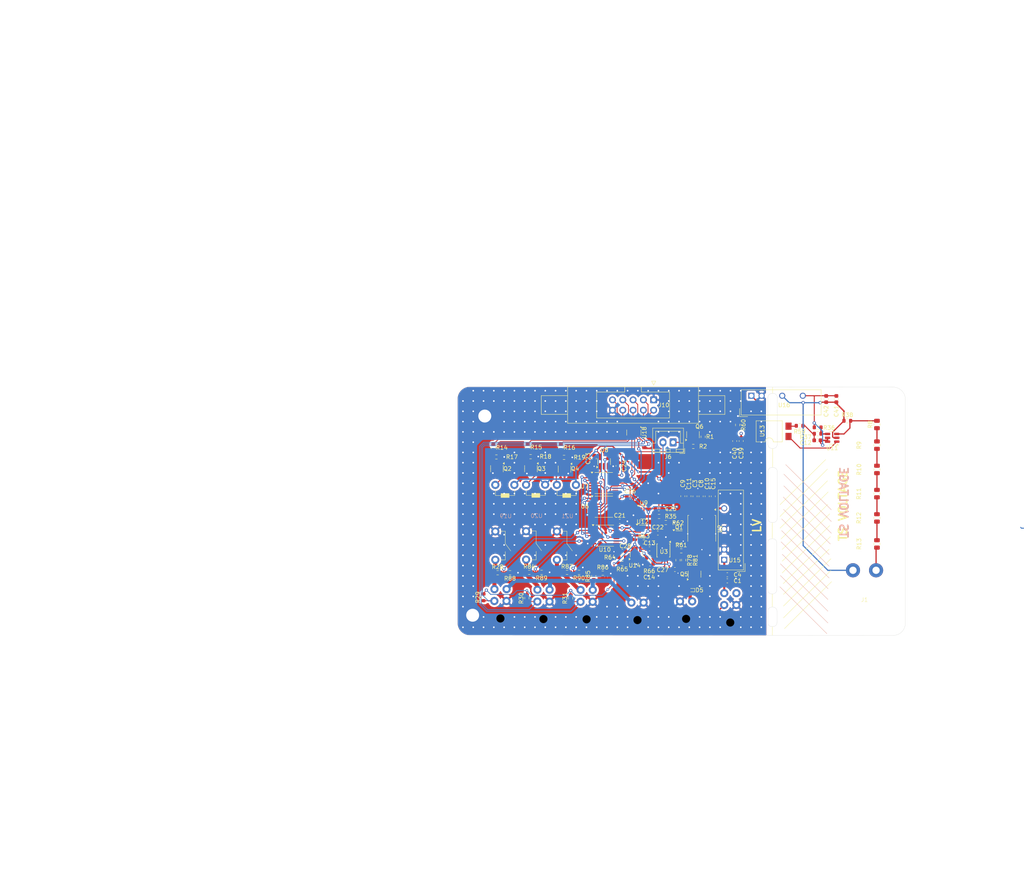
<source format=kicad_pcb>
(kicad_pcb (version 20240108) (generator "pcbnew") (generator_version "8.0")
  (layers (0 "F.Cu" signal) (31 "B.Cu" signal) (34 "B.Paste" user) (35 "F.Paste" user) (36 "B.SilkS" user "B.Silkscreen") (37 "F.SilkS" user "F.Silkscreen") (38 "B.Mask" user) (39 "F.Mask" user) (44 "Edge.Cuts" user))
  (net 0 "")
  (net 1 "GND")
  (net 2 "+9V")
  (net 3 "+24V")
  (net 4 "HV-")
  (net 5 "Net-(D5-A2)")
  (net 6 "+5V")
  (net 7 "+5V_{iso}")
  (net 8 "Net-(U14--)")
  (net 9 "Net-(U3-~{R})")
  (net 10 "HV+")
  (net 11 "/AIR Switch/PRCH_Coil")
  (net 12 "/LV Connectors/PRCH_AUX")
  (net 13 "/LV Connectors/SDC")
  (net 14 "/AIR Switch/AIR1_Coil")
  (net 15 "/LV Connectors/AIR1_AUX")
  (net 16 "/AIR Switch/AIR2_Coil")
  (net 17 "/LV Connectors/AIR2_AUX")
  (net 18 "Net-(Q1-G)")
  (net 19 "/LV Connectors/TSAL_LED_GREEN")
  (net 20 "Net-(Q2-G)")
  (net 21 "Net-(Q2-D)")
  (net 22 "Net-(Q3-D)")
  (net 23 "Net-(Q3-G)")
  (net 24 "Net-(Q4-D)")
  (net 25 "Net-(Q4-G)")
  (net 26 "Net-(Q5-G)")
  (net 27 "Net-(R8-Pad1)")
  (net 28 "Net-(U11-+)")
  (net 29 "Net-(R10-Pad2)")
  (net 30 "Net-(R10-Pad1)")
  (net 31 "Net-(R11-Pad2)")
  (net 32 "Net-(R12-Pad2)")
  (net 33 "/AIR Switch/AIR1_SW")
  (net 34 "/AIR Switch/AIR2_SW")
  (net 35 "/AIR Switch/PRCH_SW")
  (net 36 "Net-(R28-Pad2)")
  (net 37 "Net-(R35-Pad1)")
  (net 38 "Net-(U11--)")
  (net 39 "Net-(R59-Pad2)")
  (net 40 "/LV Connectors/TS_ON")
  (net 41 "/TSAL Plausibility/TSAL_ERROR_DETECT")
  (net 42 "Net-(U14-+)")
  (net 43 "Net-(R84-Pad2)")
  (net 44 "/LV Connectors/SC")
  (net 45 "Net-(R87-Pad2)")
  (net 47 "Net-(U3-~{S})")
  (net 48 "/TSAL Plausibility/TSAL_ERROR")
  (net 49 "Net-(U6-A)")
  (net 50 "/TSAL Plausibility/TSAL_OFF")
  (net 51 "Net-(U6-B)")
  (net 52 "Net-(U6-C)")
  (net 53 "Net-(U7-Pad13)")
  (net 54 "Net-(U7-Pad1)")
  (net 55 "Net-(U10-Pad13)")
  (net 56 "Net-(U10-Pad11)")
  (net 57 "Net-(U11-Pad1)")
  (net 58 "Net-(J10-Pin_8)")
  (net 59 "Net-(J10-Pin_3)")
  (net 60 "Net-(J10-Pin_5)")
  (net 61 "Net-(J10-Pin_9)")
  (net 62 "Net-(J10-Pin_6)")
  (net 63 "Net-(J10-Pin_2)")
  (net 64 "Net-(J10-Pin_7)")
  (net 65 "Net-(J10-Pin_4)")
  (net 66 "+12V")
  (net 67 "Net-(J6-Pin_1)")
  (net 68 "Net-(Q6-G)")
  (footprint "Resistor_SMD:R_0603_1608Metric" (layer "F.Cu") (at 177 106.5 180)
    (property "Reference" "R62")
    (property "Value" "10k")
  )
  (footprint "Capacitor_SMD:C_0603_1608Metric" (layer "F.Cu") (at 187.2 100.025 90)
    (property "Reference" "C10")
    (property "Value" "100nF")
  )
  (footprint "Resistor_SMD:R_0603_1608Metric" (layer "F.Cu") (at 210.025 82.6 180)
    (property "Reference" "R59")
    (property "Value" "1k")
  )
  (footprint "Resistor_SMD:R_0603_1608Metric" (layer "F.Cu") (at 142.7 125.175 -90)
    (property "Reference" "R30")
    (property "Value" "10k")
  )
  (footprint "Resistor_SMD:R_0805_2012Metric" (layer "F.Cu") (at 229.12 105.3575 -90)
    (property "Reference" "R12")
    (property "Value" "52k3")
  )
  (footprint "Package_TO_SOT_SMD:SOT-23-6" (layer "F.Cu") (at 169.75 114.2375 90)
    (property "Reference" "U14")
    (property "Value" "OPA355NA")
  )
  (footprint "Resistor_SMD:R_0603_1608Metric" (layer "F.Cu") (at 152.6 118.8)
    (property "Reference" "R87")
    (property "Value" "30k")
  )
  (footprint "Package_SO:TSSOP-14_4.4x5mm_P0.65mm" (layer "F.Cu") (at 161.6625 96.75)
    (property "Reference" "U7")
    (property "Value" "4072")
  )
  (footprint "Resistor_SMD:R_0603_1608Metric" (layer "F.Cu") (at 186.2 85.325 90)
    (property "Reference" "R1")
    (property "Value" "10k")
  )
  (footprint "Resistor_SMD:R_0603_1608Metric" (layer "F.Cu") (at 171.575 111.3)
    (property "Reference" "R63")
    (property "Value" "33k")
  )
  (footprint "wuerth_conn:66200421022" (layer "F.Cu") (at 143.69 121.34)
    (property "Reference" "J4" (hide yes))
    (property "Value" "Conn_01x04")
  )
  (footprint "Resistor_SMD:R_0603_1608Metric" (layer "F.Cu") (at 180 115.8 -90)
    (property "Reference" "R78")
    (property "Value" "200R")
  )
  (footprint "Capacitor_SMD:C_0603_1608Metric" (layer "F.Cu") (at 192.175 119.4)
    (property "Reference" "C4")
    (property "Value" "10uF")
  )
  (footprint "Capacitor_SMD:C_0603_1608Metric" (layer "F.Cu") (at 214.4 86.2 180)
    (property "Reference" "C12")
    (property "Value" "100nF")
  )
  (footprint "Package_SO:SC-74A-5_1.55x2.9mm_P0.95mm" (layer "F.Cu") (at 171.55 104.05)
    (property "Reference" "U9")
    (property "Value" "74LVC1G32GV")
  )
  (footprint "Package_TO_SOT_SMD:SOT-23-3" (layer "F.Cu") (at 180.2625 110.1)
    (property "Reference" "Q1")
    (property "Value" "NMOS")
  )
  (footprint "wuerth_conn:66200211024" (layer "F.Cu") (at 180.5 125.98)
    (property "Reference" "J7" (hide yes))
    (property "Value" "Conn_01x02")
  )
  (footprint "Capacitor_SMD:C_0603_1608Metric" (layer "F.Cu") (at 165.2 92.5 90)
    (property "Reference" "C24")
    (property "Value" "100nF")
  )
  (footprint "Capacitor_SMD:C_0603_1608Metric" (layer "F.Cu") (at 166.275 113.6 180)
    (property "Reference" "C28")
    (property "Value" "100nF")
  )
  (footprint "Resistor_SMD:R_0603_1608Metric" (layer "F.Cu") (at 151.865 90.4)
    (property "Reference" "R19")
    (property "Value" "10k")
  )
  (footprint "Resistor_SMD:R_0603_1608Metric" (layer "F.Cu") (at 183.775 87.7)
    (property "Reference" "R2")
    (property "Value" "200R")
  )
  (footprint "Package_TO_SOT_SMD:SOT-23-3" (layer "F.Cu") (at 151.99 93.3 -90)
    (property "Reference" "Q4")
    (property "Value" "NMOS")
  )
  (footprint "Resistor_SMD:R_0603_1608Metric" (layer "F.Cu") (at 214.475 84.57)
    (property "Reference" "R37")
    (property "Value" "1k")
  )
  (footprint "Capacitor_SMD:C_0603_1608Metric" (layer "F.Cu") (at 159.3 90.725 -90)
    (property "Reference" "C23")
    (property "Value" "100nF")
  )
  (footprint "Resistor_SMD:R_0603_1608Metric" (layer "F.Cu") (at 221.795 81.37)
    (property "Reference" "R38")
    (property "Value" "1k")
  )
  (footprint "wuerth_conn:66200421022" (layer "F.Cu") (at 133.07 121.1925)
    (property "Reference" "J3" (hide yes))
    (property "Value" "Conn_01x04")
  )
  (footprint "MountingHole:MountingHole_3.2mm_M3" (layer "F.Cu") (at 132.3 80.2)
    (property "Reference" "H5" (hide yes))
    (property "Value" "MountingHole")
  )
  (footprint "wuerth_conn:66200211024" (layer "F.Cu") (at 168.5 126.28)
    (property "Reference" "J5" (hide yes))
    (property "Value" "Conn_01x02")
  )
  (footprint "Resistor_SMD:R_0603_1608Metric" (layer "F.Cu") (at 142.89 87.9125 -90)
    (property "Reference" "R15")
    (property "Value" "200R")
  )
  (footprint "Capacitor_SMD:C_0603_1608Metric" (layer "F.Cu") (at 181.2 100 90)
    (property "Reference" "C9")
    (property "Value" "100nF")
  )
  (footprint "Package_SO:SC-74A-5_1.55x2.9mm_P0.95mm" (layer "F.Cu") (at 171.25 108.7)
    (property "Reference" "U12")
    (property "Value" "74LVC1G32GV")
  )
  (footprint "Resistor_SMD:R_0805_2012Metric" (layer "F.Cu") (at 229.12 93.3825 90)
    (property "Reference" "R10")
    (property "Value" "52k3")
  )
  (footprint "Resistor_SMD:R_0805_2012Metric" (layer "F.Cu") (at 229.12 111.7825 90)
    (property "Reference" "R13")
    (property "Value" "52k3")
  )
  (footprint "Capacitor_SMD:C_0603_1608Metric" (layer "F.Cu") (at 185.7 100.025 90)
    (property "Reference" "C8")
    (property "Value" "100nF")
  )
  (footprint "Resistor_SMD:R_0603_1608Metric" (layer "F.Cu") (at 159.2 119.775 90)
    (property "Reference" "R85")
    (property "Value" "30k")
  )
  (footprint "Package_TO_SOT_SMD:SOT-23-3" (layer "F.Cu") (at 183.7 84.8 90)
    (property "Reference" "Q6")
    (property "Value" "NMOS")
  )
  (footprint "Capacitor_SMD:C_0603_1608Metric" (layer "F.Cu") (at 168.175 100.2)
    (property "Reference" "C26")
    (property "Value" "100nF")
  )
  (footprint "Package_TO_SOT_SMD:SOT-23-6" (layer "F.Cu") (at 218.0575 85.57 180)
    (property "Reference" "U11")
    (property "Value" "OPA355NA")
  )
  (footprint "Converter_DCDC:Converter_DCDC_TRACO_TBA1-xxxxE_Single_THT" (layer "F.Cu") (at 191.4 115.7 180)
    (property "Reference" "U15")
    (property "Value" "TBA1-1211E")
  )
  (footprint "Resistor_SMD:R_0603_1608Metric" (layer "F.Cu") (at 143.615 90.2375)
    (property "Reference" "R18")
    (property "Value" "10k")
  )
  (footprint "Package_TO_SOT_SMD:SOT-23-3" (layer "F.Cu") (at 184.1 119.25 90)
    (property "Reference" "Q5")
    (property "Value" "PMOS")
  )
  (footprint "Capacitor_SMD:C_0603_1608Metric" (layer "F.Cu") (at 194 86.375 -90)
    (property "Reference" "C40")
    (property "Value" "10uF")
  )
  (footprint "Resistor_SMD:R_0603_1608Metric" (layer "F.Cu") (at 132 124.975 -90)
    (property "Reference" "R29")
    (property "Value" "10k")
  )
  (footprint "Capacitor_SMD:C_0603_1608Metric" (layer "F.Cu") (at 175.025 109.1)
    (property "Reference" "C22")
    (property "Value" "100nF")
  )
  (footprint "Package_TO_SOT_SMD:SOT-23-3" (layer "F.Cu") (at 135.29 93.2 -90)
    (property "Reference" "Q2")
    (property "Value" "NMOS")
  )
  (footprint "Resistor_SMD:R_0603_1608Metric" (layer "F.Cu") (at 161.425 119)
    (property "Reference" "R86")
    (property "Value" "e")
  )
  (footprint "Resistor_SMD:R_0603_1608Metric" (layer "F.Cu") (at 155.575 118.8 180)
    (property "Reference" "R90")
    (property "Value" "e")
  )
  (footprint "Package_SO:SC-74A-5_1.55x2.9mm_P0.95mm" (layer "F.Cu") (at 161.75 91.45 90)
    (property "Reference" "U8")
    (property "Value" "4001")
  )
  (footprint "Connector_IDC:IDC-Header_2x05_P2.54mm_Latch6.5mm_Vertical" (layer "F.Cu") (at 173.99 76.2 -90)
    (property "Reference" "J10")
    (property "Value" "Conn_01x10")
  )
  (footprint "Resistor_SMD:R_0603_1608Metric" (layer "F.Cu") (at 166.225 115.1)
    (property "Reference" "R64")
    (property "Value" "33k")
  )
  (footprint "Package_TO_SOT_SMD:TO-252-2" (layer "F.Cu") (at 185.875 108.04 -90)
    (property "Reference" "U2")
    (property "Value" "L7805")
  )
  (footprint "Resistor_SMD:R_0603_1608Metric" (layer "F.Cu") (at 138.525 118.9 180)
    (property "Reference" "R88")
    (property "Value" "e")
  )
  (footprint "Resistor_SMD:R_0603_1608Metric" (layer "F.Cu") (at 194.72 82.395 -90)
    (property "Reference" "R60")
    (property "Value" "1k")
  )
  (footprint "Capacitor_SMD:C_0603_1608Metric" (layer "F.Cu") (at 184.2 100.025 90)
    (property "Reference" "C3")
    (property "Value" "10uF")
  )
  (footprint "Capacitor_SMD:C_0603_1608Metric" (layer "F.Cu") (at 175.275 103.1)
    (property "Reference" "C25")
    (property "Value" "100nF")
  )
  (footprint "wuerth_conn:66200421022" (layer "F.Cu") (at 189.81 122.19)
    (property "Reference" "J14" (hide yes))
    (property "Value" "Conn_01x04")
  )
  (footprint "Resistor_SMD:R_0603_1608Metric" (layer "F.Cu") (at 134.39 88.025 -90)
    (property "Reference" "R14")
    (property "Value" "200R")
  )
  (footprint "Capacitor_SMD:C_0603_1608Metric" (layer "F.Cu") (at 195.6 86.375 -90)
    (property "Reference" "C39")
    (property "Value" "100nF")
  )
  (footprint "Resistor_SMD:R_0603_1608Metric" (layer "F.Cu") (at 180.8 113.5)
    (property "Reference" "R61")
    (property "Value" "10k")
  )
  (footprint "Resistor_SMD:R_0603_1608Metric" (layer "F.Cu") (at 214.475 83 180)
    (property "Reference" "R36")
    (property "Value" "12k")
  )
  (footprint "MountingHole:MountingHole_3.2mm_M3" (layer "F.Cu") (at 129.3 129.4)
    (property "Reference" "H3" (hide yes))
    (property "Value" "MountingHole")
  )
  (footprint "Capacitor_SMD:C_0603_1608Metric" (layer "F.Cu") (at 216.59 76 -90)
    (property "Reference" "C42")
    (property "Value" "10uF")
  )
  (footprint "Resistor_SMD:R_0603_1608Metric" (layer "F.Cu") (at 181.4 115.775 -90)
    (property "Reference" "R81")
    (property "Value" "10k")
  )
  (footprint "Resistor_SMD:R_0603_1608Metric" (layer "F.Cu") (at 146.325 118.8 180)
    (property "Reference" "R89")
    (property "Value" "e")
  )
  (footprint "Package_SON:Nexperia_HUSON-16_USON-16-1EP_1.35x3.3mm_P0.4mm_EP0.4x2.8mm" (layer "F.Cu") (at 169.1 84.275 -90)
    (property "Reference" "U18")
    (property "Value" "IP4252CZ16")
  )
  (footprint "Resistor_SMD:R_0603_1608Metric" (layer "F.Cu") (at 151.09 87.975 -90)
    (property "Reference" "R16")
    (property "Value" "200R")
  )
  (footprint "Resistor_SMD:R_0603_1608Metric" (layer "F.Cu") (at 135.475 118.9)
    (property "Reference" "R28")
    (property "Value" "30k")
  )
  (footprint "Resistor_SMD:R_0603_1608Metric" (layer "F.Cu") (at 135.165 90.3)
    (property "Reference" "R17")
    (property "Value" "10k")
  )
  (footprint "Package_TO_SOT_SMD:SOT-23-3" (layer "F.Cu") (at 143.69 93.2 -90)
    (property "Reference" "Q3")
    (property "Value" "NMOS")
  )
  (footprint "Diode_SMD:Infineon_SG-WLL-2-3_0.58x0.28_P0.36mm" (layer "F.Cu") (at 183.615 123.2 180)
    (property "Reference" "D5")
    (property "Value" "ESD")
  )
  (footprint "Capacitor_SMD:C_0603_1608Metric" (layer "F.Cu") (at 182.7 100 90)
    (property "Reference" "C11")
    (property "Value" "10uF")
  )
  (footprint "Package_SO:TSSOP-14_4.4x5mm_P0.65mm" (layer "F.Cu") (at 161.9375 109.75)
    (property "Reference" "U10")
    (property "Value" "SN74HCS266PWR")
  )
  (footprint "Capacitor_SMD:C_0603_1608Metric" (layer "F.Cu") (at 173.1 116.7 180)
    (property "Reference" "C14")
    (property "Value" "C")
  )
  (footprint "Converter_DCDC:Converter_DCDC_TRACO_TBA1-xxxxE_Single_THT" (layer "F.Cu") (at 198.1125 75.1775 90)
    (property "Reference" "U16")
    (property "Value" "TBA1-0511E")
  )
  (footprint "Resistor_SMD:R_0603_1608Metric" (layer "F.Cu") (at 175.325 105)
    (property "Reference" "R35")
    (property "Value" "200R")
  )
  (footprint "Resistor_SMD:R_0805_2012Metric" (layer "F.Cu") (at 229.12 87.3825 90)
    (property "Reference" "R9")
    (property "Value" "52k3")
  )
  (footprint "Resistor_SMD:R_0805_2012Metric" (layer "F.Cu") (at 229.12 99.3575 -90)
    (property "Reference" "R11")
    (property "Value" "52k3")
  )
  (footprint "Resistor_SMD:R_0603_1608Metric" (layer "F.Cu") (at 143.275 118.8)
    (property "Reference" "R84")
    (property "Value" "30k")
  )
  (footprint "Resistor_SMD:R_0603_1608Metric" (layer "F.Cu") (at 153.5 125.2 -90)
    (property "Reference" "R31")
    (property "Value" "10k")
  )
  (footprint "Resistor_SMD:R_0603_1608Metric" (layer "F.Cu") (at 166.225 116.6 180)
    (property "Reference" "R65")
    (property "Value" "10k")
  )
  (footprint "Capacitor_SMD:C_0603_1608Metric" (layer "F.Cu") (at 192.175 120.9)
    (property "Reference" "C1")
    (property "Value" "100nF")
  )
  (footprint "Package_DIP:SMDIP-4_W9.53mm_Clearance8mm" (layer "F.Cu") (at 202.52 83.97 180)
    (property "Reference" "U13")
    (property "Value" "SFH617A-1X007T")
  )
  (footprint "Package_SO:TSSOP-14_4.4x5mm_P0.65mm" (layer "F.Cu") (at 161.7 102.6)
    (property "Reference" "U6")
    (property "Value" "CD74HC30PWR")
  )
  (footprint "wuerth_conn:657002130101" (layer "F.Cu") (at 223.2 118.3)
    (property "Reference" "J1")
    (property "Value" "Conn_01x02")
  )
  (footprint "Capacitor_SMD:C_0603_1608Metric" (layer "F.Cu") (at 179.225 118.1)
    (property "Reference" "C27")
    (property "Value" "100nF")
  )
  (footprint "Capacitor_SMD:C_0603_1608Metric" (layer "F.Cu") (at 188.7 100.025 90)
    (property "Reference" "C15")
    (property "Value" "10uF")
  )
  (footprint "Resistor_SMD:R_0805_2012Metric" (layer "F.Cu") (at 229.12 82.2825 90)
    (property "Reference" "R8")
    (property "Value" "52k3")
  )
  (footprint "Connector_JST:JST_XH_B2B-XH-A_1x02_P2.50mm_Vertical" (layer "F.Cu") (at 178.8 86.7 180)
    (property "Reference" "J6")
    (property "Value" "Conn_01x02")
  )
  (footprint "wuerth_conn:66200421022" (layer "F.Cu") (at 154.3425 121.395)
    (property "Reference" "J2" (hide yes))
    (property "Value" "Conn_01x04")
  )
  (footprint "Package_SO:TSSOP-8_3x3mm_P0.65mm" (layer "F.Cu") (at 176.4 113.4 -90)
    (property "Reference" "U3")
    (property "Value" "74LVC2G74")
  )
  (footprint "Capacitor_SMD:C_0603_1608Metric" (layer "F.Cu") (at 219.1 76 -90)
    (property "Reference" "C41")
    (property "Value" "100nF")
  )
  (footprint "Capacitor_SMD:C_0603_1608Metric" (layer "F.Cu") (at 172.975 113)
    (property "Reference" "C13")
    (property "Value" "C_Polarized")
  )
  (footprint "Capacitor_SMD:C_0603_1608Metric" (layer "F.Cu") (at 165.625 106.2)
    (property "Reference" "C21")
    (property "Value" "100nF")
  )
  (footprint "Resistor_SMD:R_0603_1608Metric" (layer "F.Cu") (at 173.075 115.2)
    (property "Reference" "R66")
    (property "Value" "10k")
  )
  (footprint "Zettler:AZ9371" (layer "B.Cu") (at 140.84 96.18 180)
    (property "Reference" "U19")
    (property "Value" "~")
  )
  (footprint "Zettler:AZ9371" (layer "B.Cu") (at 156.045 96.18 180)
    (property "Reference" "U21")
    (property "Value" "~")
  )
  (footprint "Zettler:AZ9371" (layer "B.Cu") (at 148.44 96.13 180)
    (property "Reference" "U20")
    (property "Value" "~")
  )
  (gr_line (start 206.135 94.5475) (end 217.85 106.2525) (stroke (width 0.1)) (layer "B.SilkS"))
  (gr_line (start 205.2925 116.7) (end 217.0075 128.405) (stroke (width 0.1)) (layer "B.SilkS"))
  (gr_line (start 206.5925 92.2) (end 217.85 103.3525) (stroke (width 0.1)) (layer "B.SilkS"))
  (gr_line (start 206.135 97.4475) (end 217.85 109.1525) (stroke (width 0.1)) (layer "B.SilkS"))
  (gr_line (start 205.5925 105.6) (end 217.3075 117.305) (stroke (width 0.1)) (layer "B.SilkS"))
  (gr_line (start 205.1425 122.365436) (end 216.75 133.9525) (stroke (width 0.1)) (layer "B.SilkS"))
  (gr_line (start 205.4425 111.265436) (end 217.05 122.8525) (stroke (width 0.1)) (layer "B.SilkS"))
  (gr_line (start 206.05 103.2525) (end 217.3075 114.405) (stroke (width 0.1)) (layer "B.SilkS"))
  (gr_line (start 205.985 100.212936) (end 217.5925 111.8) (stroke (width 0.1)) (layer "B.SilkS"))
  (gr_line (start 205.75 114.3525) (end 217.0075 125.505) (stroke (width 0.1)) (layer "B.SilkS"))
  (gr_line (start 205.2925 119.6) (end 217.0075 131.305) (stroke (width 0.1)) (layer "B.SilkS"))
  (gr_line (start 205.5925 108.5) (end 217.3075 120.205) (stroke (width 0.1)) (layer "B.SilkS"))
  (gr_line (start 205.73375 118.94875) (end 217.44875 107.24375) (stroke (width 0.1)) (layer "F.SilkS"))
  (gr_line (start 205.19125 107.89625) (end 216.90625 96.19125) (stroke (width 0.1)) (layer "F.SilkS"))
  (gr_line (start 205.73375 113.14875) (end 216.99125 101.99625) (stroke (width 0.1)) (layer "F.SilkS"))
  (gr_line (start 206.03375 127.14875) (end 217.74875 115.44375) (stroke (width 0.1)) (layer "F.SilkS"))
  (gr_line (start 205.73375 116.04875) (end 217.44875 104.34375) (stroke (width 0.1)) (layer "F.SilkS"))
  (gr_line (start 205.44875 110.54375) (end 217.05625 98.956686) (stroke (width 0.1)) (layer "F.SilkS"))
  (gr_line (start 203.31 132.29) (end 203.3 134.31) (stroke (width 0.1)) (layer "F.SilkS"))
  (gr_line (start 206.29125 132.69625) (end 217.89875 121.109186) (stroke (width 0.1)) (layer "F.SilkS"))
  (gr_line (start 203.29 106.61) (end 203.27 110.4) (stroke (width 0.1)) (layer "F.SilkS"))
  (gr_line (start 203.35 74.5) (end 203.35 73.11) (stroke (width 0.1)) (layer "F.SilkS"))
  (gr_line (start 203.35 92.77) (end 203.36 88.3) (stroke (width 0.1)) (layer "F.SilkS"))
  (gr_line (start 205.19125 104.99625) (end 216.90625 93.29125) (stroke (width 0.1)) (layer "F.SilkS"))
  (gr_line (start 206.03375 124.24875) (end 217.29125 113.09625) (stroke (width 0.1)) (layer "F.SilkS"))
  (gr_line (start 205.99125 121.59625) (end 217.59875 110.009186) (stroke (width 0.1)) (layer "F.SilkS"))
  (gr_line (start 206.03375 130.04875) (end 217.74875 118.34375) (stroke (width 0.1)) (layer "F.SilkS"))
  (gr_line (start 205.19125 102.09625) (end 216.44875 90.94375) (stroke (width 0.1)) (layer "F.SilkS"))
  (gr_line (start 203.27 127.29) (end 203.29 124.2) (stroke (width 0.1)) (layer "F.SilkS"))
  (gr_line (start 202.15 131.2) (end 202.15 128.4) (stroke (width 0.05)) (layer "Edge.Cuts"))
  (gr_line (start 125.6 131.315) (end 125.6 75.985) (stroke (width 0.05)) (layer "Edge.Cuts"))
  (gr_line (start 203.45 132.2) (end 203.15 132.2) (stroke (width 0.05)) (layer "Edge.Cuts"))
  (gr_arc (start 125.6 75.985) (mid 126.47868 73.86368) (end 128.6 72.985) (stroke (width 0.05)) (layer "Edge.Cuts"))
  (gr_arc (start 233.12 73.055) (mid 235.24132 73.93368) (end 236.12 76.055) (stroke (width 0.05)) (layer "Edge.Cuts"))
  (gr_arc (start 204.45 131.2) (mid 204.157107 131.907107) (end 203.45 132.2) (stroke (width 0.05)) (layer "Edge.Cuts"))
  (gr_arc (start 203.15 132.2) (mid 202.442893 131.907107) (end 202.15 131.2) (stroke (width 0.05)) (layer "Edge.Cuts"))
  (gr_arc (start 204.5 105.5) (mid 204.207107 106.207107) (end 203.5 106.5) (stroke (width 0.05)) (layer "Edge.Cuts"))
  (gr_line (start 202.2 105.5) (end 202.2 93.9) (stroke (width 0.05)) (layer "Edge.Cuts"))
  (gr_line (start 204.45 128.4) (end 204.45 131.2) (stroke (width 0.05)) (layer "Edge.Cuts"))
  (gr_line (start 202.1 123.1) (end 202.1 111.5) (stroke (width 0.05)) (layer "Edge.Cuts"))
  (gr_arc (start 203.5 74.6) (mid 204.207107 74.892893) (end 204.5 75.6) (stroke (width 0.05)) (layer "Edge.Cuts"))
  (gr_arc (start 128.6 134.315) (mid 126.47868 133.43632) (end 125.6 131.315) (stroke (width 0.05)) (layer "Edge.Cuts"))
  (gr_line (start 203.2 92.9) (end 203.5 92.9) (stroke (width 0.05)) (layer "Edge.Cuts"))
  (gr_arc (start 204.5 87.2) (mid 204.207107 87.907107) (end 203.5 88.2) (stroke (width 0.05)) (layer "Edge.Cuts"))
  (gr_arc (start 204.4 123.1) (mid 204.107107 123.807107) (end 203.4 124.1) (stroke (width 0.05)) (layer "Edge.Cuts"))
  (gr_line (start 203.1 110.5) (end 203.4 110.5) (stroke (width 0.05)) (layer "Edge.Cuts"))
  (gr_arc (start 203.45 127.4) (mid 204.157107 127.692893) (end 204.45 128.4) (stroke (width 0.05)) (layer "Edge.Cuts"))
  (gr_line (start 203.15 127.4) (end 203.45 127.4) (stroke (width 0.05)) (layer "Edge.Cuts"))
  (gr_line (start 202.2 87.2) (end 202.2 75.6) (stroke (width 0.05)) (layer "Edge.Cuts"))
  (gr_line (start 233.12 134.385) (end 128.6 134.315) (stroke (width 0.05)) (layer "Edge.Cuts"))
  (gr_line (start 128.6 72.985) (end 233.12 73.055) (stroke (width 0.05)) (layer "Edge.Cuts"))
  (gr_line (start 204.5 93.9) (end 204.5 105.5) (stroke (width 0.05)) (layer "Edge.Cuts"))
  (gr_line (start 236.12 76.055) (end 236.12 131.385) (stroke (width 0.05)) (layer "Edge.Cuts"))
  (gr_arc (start 202.2 93.9) (mid 202.492893 93.192893) (end 203.2 92.9) (stroke (width 0.05)) (layer "Edge.Cuts"))
  (gr_line (start 203.2 74.6) (end 203.5 74.6) (stroke (width 0.05)) (layer "Edge.Cuts"))
  (gr_line (start 203.5 106.5) (end 203.2 106.5) (stroke (width 0.05)) (layer "Edge.Cuts"))
  (gr_arc (start 202.2 75.6) (mid 202.492893 74.892893) (end 203.2 74.6) (stroke (width 0.05)) (layer "Edge.Cuts"))
  (gr_arc (start 203.4 110.5) (mid 204.107107 110.792893) (end 204.4 111.5) (stroke (width 0.05)) (layer "Edge.Cuts"))
  (gr_line (start 204.4 111.5) (end 204.4 123.1) (stroke (width 0.05)) (layer "Edge.Cuts"))
  (gr_arc (start 203.2 88.2) (mid 202.492893 87.907107) (end 202.2 87.2) (stroke (width 0.05)) (layer "Edge.Cuts"))
  (gr_line (start 203.5 88.2) (end 203.2 88.2) (stroke (width 0.05)) (layer "Edge.Cuts"))
  (gr_arc (start 203.1 124.1) (mid 202.392893 123.807107) (end 202.1 123.1) (stroke (width 0.05)) (layer "Edge.Cuts"))
  (gr_line (start 203.4 124.1) (end 203.1 124.1) (stroke (width 0.05)) (layer "Edge.Cuts"))
  (gr_line (start 204.5 75.6) (end 204.5 87.2) (stroke (width 0.05)) (layer "Edge.Cuts"))
  (gr_arc (start 202.15 128.4) (mid 202.442893 127.692893) (end 203.15 127.4) (stroke (width 0.05)) (layer "Edge.Cuts"))
  (gr_arc (start 203.2 106.5) (mid 202.492893 106.207107) (end 202.2 105.5) (stroke (width 0.05)) (layer "Edge.Cuts"))
  (gr_arc (start 236.12 131.385) (mid 235.24132 133.50632) (end 233.12 134.385) (stroke (width 0.05)) (layer "Edge.Cuts"))
  (gr_arc (start 202.1 111.5) (mid 202.392893 110.792893) (end 203.1 110.5) (stroke (width 0.05)) (layer "Edge.Cuts"))
  (gr_arc (start 203.5 92.9) (mid 204.207107 93.192893) (end 204.5 93.9) (stroke (width 0.05)) (layer "Edge.Cuts"))
  (gr_text "TS VOLTAGE" (at 219.71 110.49 -90) (layer "B.SilkS") (effects (font (size 2 2) (thickness 0.4) (bold yes)) (justify left bottom mirror)))
  (gr_text "LV" (at 200.66 109.22 90) (layer "F.SilkS") (effects (font (size 2 2) (thickness 0.4) (bold yes)) (justify left bottom)))
  (gr_text "TS VOLTAGE" (at 221.9 111.3 90) (layer "F.SilkS") (effects (font (size 2 2) (thickness 0.4) (bold yes)) (justify left bottom)))
  (segment (start 265.3 107.9) (end 264.8 107.9) (width 0.25) (layer "B.Cu") (net 0))
  (segment (start 264.8 107.9) (end 264.6 107.7) (width 0.25) (layer "B.Cu") (net 0))
  (segment (start 157.7 111.7) (end 159.075 111.7) (width 0.25) (layer "F.Cu") (net 1))
  (segment (start 176 109.1) (end 177 110.1) (width 0.25) (layer "F.Cu") (net 1))
  (segment (start 188.675 99.225) (end 188.7 99.25) (width 0.25) (layer "F.Cu") (net 1))
  (segment (start 175.575 112.2) (end 175.9 112.2) (width 0.25) (layer "F.Cu") (net 1))
  (segment (start 185.875 109.3) (end 185.875 113.175) (width 0.25) (layer "F.Cu") (net 1))
  (segment (start 167.5 106.2) (end 166.4 106.2) (width 0.25) (layer "F.Cu") (net 1))
  (segment (start 185.875 113.175) (end 185.9 113.2) (width 0.25) (layer "F.Cu") (net 1))
  (segment (start 145.4625 90.2375) (end 145.5 90.2) (width 0.25) (layer "F.Cu") (net 1))
  (segment (start 164 92.6) (end 164.325 92.6) (width 0.25) (layer "F.Cu") (net 1))
  (segment (start 176.725 111.25) (end 177.375 111.25) (width 0.25) (layer "F.Cu") (net 1))
  (segment (start 152.8625 94.4375) (end 152.9 94.4) (width 0.25) (layer "F.Cu") (net 1))
  (segment (start 184.9 99.225) (end 187.9 99.225) (width 0.35) (layer "F.Cu") (net 1))
  (segment (start 168.95 100.2) (end 170 100.2) (width 0.25) (layer "F.Cu") (net 1))
  (segment (start 147.15 118.8) (end 148.3 118.8) (width 0.25) (layer "F.Cu") (net 1))
  (segment (start 151.99 94.4375) (end 152.8625 94.4375) (width 0.25) (layer "F.Cu") (net 1))
  (segment (start 175.425 112.05) (end 175.575 112.2) (width 0.25) (layer "F.Cu") (net 1))
  (segment (start 194 87.15) (end 194.7 87.15) (width 0.35) (layer "F.Cu") (net 1))
  (segment (start 177.2 103.1) (end 177.3 103.2) (width 0.25) (layer "F.Cu") (net 1))
  (segment (start 192.95 120.3) (end 194.3 120.3) (width 0.5) (layer "F.Cu") (net 1))
  (segment (start 181.2 99.225) (end 181.9 99.225) (width 0.35) (layer "F.Cu") (net 1))
  (segment (start 185.875 109.3) (end 182.4 109.3) (width 0.25) (layer "F.Cu") (net 1))
  (segment (start 194.72 81.57) (end 194.72 80.28) (width 0.35) (layer "F.Cu") (net 1))
  (segment (start 194.7 87.15) (end 195.6 87.15) (width 0.35) (layer "F.Cu") (net 1))
  (segment (start 192.95 119.4) (end 192.95 120.3) (width 0.5) (layer "F.Cu") (net 1))
  (segment (start 163.3 119) (end 163.4 119.1) (width 0.25) (layer "F.Cu") (net 1))
  (segment (start 143.69 94.3375) (end 142.7625 94.3375) (width 0.25) (layer "F.Cu") (net 1))
  (segment (start 176.725 112.05) (end 176.725 111.25) (width 0.25) (layer "F.Cu") (net 1))
  (segment (start 165.5 113.6) (end 165.5 115) (width 0.25) (layer "F.Cu") (net 1))
  (segment (start 164.3 113.6) (end 164.2 113.7) (width 0.25) (layer "F.Cu") (net 1))
  (segment (start 181.4 111) (end 181.3 111.1) (width 0.25) (layer "F.Cu") (net 1))
  (segment (start 187.9 99.225) (end 188.675 99.225) (width 0.35) (layer "F.Cu") (net 1))
  (segment (start 162.25 119) (end 163.3 119) (width 0.25) (layer "F.Cu") (net 1))
  (segment (start 169.3 105) (end 169 104.7) (width 0.25) (layer "F.Cu") (net 1))
  (segment (start 175.9 112.2) (end 175.9 112.6) (width 0.25) (layer "F.Cu") (net 1))
  (segment (start 194.72 80.28) (end 194.8 80.2) (width 0.35) (layer "F.Cu") (net 1))
  (segment (start 185.875 109.3) (end 189.3 109.3) (width 0.25) (layer "F.Cu") (net 1))
  (segment (start 177.825 106.5) (end 178.9 106.5) (width 0.25) (layer "F.Cu") (net 1))
  (segment (start 175.425 111.25) (end 175.425 112.05) (width 0.25) (layer "F.Cu") (net 1))
  (segment (start 139.35 118.9) (end 140.5 118.9) (width 0.25) (layer "F.Cu") (net 1))
  (segment (start 135.29 94.3375) (end 134.3375 94.3375) (width 0.25) (layer "F.Cu") (net 1))
  (segment (start 171.625 84.275) (end 171.7 84.2) (width 0.35) (layer "F.Cu") (net 1))
  (segment (start 181.4 110.1) (end 181.4 111) (width 0.25) (layer "F.Cu") (net 1))
  (segment (start 176.05 103.1) (end 177.2 103.1) (width 0.25) (layer "F.Cu") (net 1))
  (segment (start 192.95 120.3) (end 192.95 120.9) (width 0.5) (layer "F.Cu") (net 1))
  (segment (start 173.75 111.9) (end 173.75 113) (width 0.25) (layer "F.Cu") (net 1))
  (segment (start 157.6 98.7) (end 157.4 98.9) (width 0.25) (layer "F.Cu") (net 1))
  (segment (start 170.4 105) (end 169.3 105) (width 0.25) (layer "F.Cu") (net 1))
  (segment (start 170.1 109.65) (end 168.75 109.65) (width 0.25) (layer "F.Cu") (net 1))
  (segment (start 178.9 106.5) (end 179 106.4) (width 0.25) (layer "F.Cu") (net 1))
  (segment (start 194.7 88.3) (end 194.8 88.4) (width 0.35) (layer "F.Cu") (net 1))
  (segment (start 172.325 116.7) (end 171.5 116.7) (width 0.25) (layer "F.Cu") (net 1))
  (segment (start 175.9 112.2) (end 176.575 112.2) (width 0.25) (layer "F.Cu") (net 1))
  (segment (start 184.9 99.225) (end 184.9 98.1) (width 0.35) (layer "F.Cu") (net 1))
  (segment (start 175.9 112.6) (end 176.1 112.8) (width 0.25) (layer "F.Cu") (net 1))
  (segment (start 169.1 84.275) (end 171.625 84.275) (width 0.35) (layer "F.Cu") (net 1))
  (segment (start 165.3875 115.1) (end 164.2125 115.1) (width 0.25) (layer "F.Cu") (net 1))
  (segment (start 135.99 90.3) (end 137.1 90.3) (width 0.25) (layer "F.Cu") (net 1))
  (segment (start 144.44 90.2375) (end 145.4625 90.2375) (width 0.25) (layer "F.Cu") (net 1))
  (segment (start 165.5 113.6) (end 164.3 113.6) (width 0.25) (layer "F.Cu") (net 1))
  (segment (start 181.9 99.225) (end 184.9 99.225) (width 0.35) (layer "F.Cu") (net 1))
  (segment (start 158.8375 104.55) (end 157.685 104.55) (width 0.25) (layer "F.Cu") (net 1))
  (segment (start 162.7 92.6) (end 164 92.6) (width 0.25) (layer "F.Cu") (net 1))
  (segment (start 164.325 92.6) (end 165.2 91.725) (width 0.25) (layer "F.Cu") (net 1))
  (segment (start 181.9 98.2) (end 181.9 99.225) (width 0.35) (layer "F.Cu") (net 1))
  (segment (start 157.685 104.55) (end 157.635 104.6) (width 0.25) (layer "F.Cu") (net 1))
  (segment (start 169.75 115.375) (end 169.75 116.75) (width 0.25) (layer "F.Cu") (net 1))
  (segment (start 165.5 115) (end 165.4 115.1) (width 0.25) (layer "F.Cu") (net 1))
  (segment (start 170 100.2) (end 170.1 100.3) (width 0.25) (layer "F.Cu") (net 1))
  (segment (start 187.9 98.1) (end 187.9 99.225) (width 0.35) (layer "F.Cu") (net 1))
  (segment (start 134.3375 94.3375) (end 134.3 94.3) (width 0.25) (layer "F.Cu") (net 1))
  (segment (start 175.8 109.1) (end 176 109.1) (width 0.25) (layer "F.Cu") (net 1))
  (segment (start 185.875 105.625) (end 185.9 105.6) (width 0.25) (layer "F.Cu") (net 1))
  (segment (start 177.375 111.25) (end 177.375 110.475) (width 0.25) (layer "F.Cu") (net 1))
  (segment (start 194.7 87.15) (end 194.7 88.3) (width 0.35) (layer "F.Cu") (net 1))
  (segment (start 156.5 118.7) (end 156.4 118.8) (width 0.25) (layer "F.Cu") (net 1))
  (segment (start 142.7625 94.3375) (end 142.7 94.4) (width 0.25) (layer "F.Cu") (net 1))
  (segment (start 168.75 109.65) (end 168.7 109.7) (width 0.25) (layer "F.Cu") (net 1))
  (segment (start 158.8 98.7) (end 157.6 98.7) (width 0.25) (layer "F.Cu") (net 1))
  (segment (start 180 119) (end 180 118.1) (width 0.25) (layer "F.Cu") (net 1))
  (segment (start 171.5 116.7) (end 171.3 116.9) (width 0.25) (layer "F.Cu") (net 1))
  (segment (start 169.75 116.75) (end 169.7 116.8) (width 0.25) (layer "F.Cu") (net 1))
  (segment (start 156.5 117.6) (end 156.5 118.7) (width 0.25) (layer "F.Cu") (net 1))
  (segment (start 152.69 90.4) (end 153.9 90.4) (width 0.25) (layer "F.Cu") (net 1))
  (segment (start 159.3 91.5) (end 159.3 92.6) (width 0.25) (layer "F.Cu") (net 1))
  (segment (start 176.575 112.2) (end 176.725 112.05) (width 0.25) (layer "F.Cu") (net 1))
  (segment (start 177.375 110.475) (end 177 110.1) (width 0.25) (layer "F.Cu") (net 1))
  (segment (start 185.875 109.3) (end 185.875 105.625) (width 0.25) (layer "F.Cu") (net 1))
  (via (at 149.774286 79.025) (size 0.8) (drill 0.4) (layers "F.Cu" "B.Cu") (net 1))
  (via (at 139.614286 99.345) (size 0.8) (drill 0.4) (layers "F.Cu" "B.Cu") (net 1))
  (via (at 198.034286 109.505) (size 0.8) (drill 0.4) (layers "F.Cu" "B.Cu") (net 1))
  (via (at 134.534286 132.365) (size 0.8) (drill 0.4) (layers "F.Cu" "B.Cu") (net 1))
  (via (at 152.9 94.4) (size 0.8) (drill 0.4) (layers "F.Cu" "B.Cu") (net 1))
  (via (at 198.034286 106.965) (size 0.8) (drill 0.4) (layers "F.Cu" "B.Cu") (net 1))
  (via (at 126.914286 76.485) (size 0.8) (drill 0.4) (layers "F.Cu" "B.Cu") (net 1))
  (via (at 134.534286 73.945) (size 0.8) (drill 0.4) (layers "F.Cu" "B.Cu") (net 1))
  (via (at 198.034286 91.725) (size 0.8) (drill 0.4) (layers "F.Cu" "B.Cu") (net 1))
  (via (at 154.854286 132.365) (size 0.8) (drill 0.4) (layers "F.Cu" "B.Cu") (net 1))
  (via (at 144.694286 106.965) (size 0.8) (drill 0.4) (layers "F.Cu" "B.Cu") (net 1))
  (via (at 149.774286 132.365) (size 0.8) (drill 0.4) (layers "F.Cu" "B.Cu") (net 1))
  (via (at 164 92.6) (size 0.8) (drill 0.4) (layers "F.Cu" "B.Cu") (net 1))
  (via (at 137.074286 106.965) (size 0.8) (drill 0.4) (layers "F.Cu" "B.Cu") (net 1))
  (via (at 187.874286 94.265) (size 0.8) (drill 0.4) (layers "F.Cu" "B.Cu") (net 1))
  (via (at 129.454286 112.045) (size 0.8) (drill 0.4) (layers "F.Cu" "B.Cu") (net 1))
  (via (at 200.574286 114.585) (size 0.8) (drill 0.4) (layers "F.Cu" "B.Cu") (net 1))
  (via (at 175.174286 119.665) (size 0.8) (drill 0.4) (layers "F.Cu" "B.Cu") (net 1))
  (via (at 139.614286 106.965) (size 0.8) (drill 0.4) (layers "F.Cu" "B.Cu") (net 1))
  (via (at 129.454286 109.505) (size 0.8) (drill 0.4) (layers "F.Cu" "B.Cu") (net 1))
  (via (at 159.3 92.6) (size 0.6) (drill 0.3) (layers "F.Cu" "B.Cu") (net 1))
  (via (at 154.854286 81.565) (size 0.8) (drill 0.4) (layers "F.Cu" "B.Cu") (net 1))
  (via (at 126.914286 117.125) (size 0.8) (drill 0.4) (layers "F.Cu" "B.Cu") (net 1))
  (via (at 170.275 91.2) (size 0.6) (drill 0.3) (layers "F.Cu" "B.Cu") (net 1))
  (via (at 175.174286 127.285) (size 0.8) (drill 0.4) (layers "F.Cu" "B.Cu") (net 1))
  (via (at 198.034286 112.045) (size 0.8) (drill 0.4) (layers "F.Cu" "B.Cu") (net 1))
  (via (at 129.454286 91.725) (size 0.8) (drill 0.4) (layers "F.Cu" "B.Cu") (net 1))
  (via (at 144.694286 73.945) (size 0.8) (drill 0.4) (layers "F.Cu" "B.Cu") (net 1))
  (via (at 154.854286 73.945) (size 0.8) (drill 0.4) (layers "F.Cu" "B.Cu") (net 1))
  (via (at 198.034286 132.365) (size 0.8) (drill 0.4) (layers "F.Cu" "B.Cu") (net 1))
  (via (at 144.694286 99.345) (size 0.8) (drill 0.4) (layers "F.Cu" "B.Cu") (net 1))
  (via (at 187.874286 114.585) (size 0.8) (drill 0.4) (layers "F.Cu" "B.Cu") (net 1))
  (via (at 200.574286 109.505) (size 0.8) (drill 0.4) (layers "F.Cu" "B.Cu") (net 1))
  (via (at 148.3 118.8) (size 0.8) (drill 0.4) (layers "F.Cu" "B.Cu") (net 1))
  (via (at 131.994286 73.945) (size 0.8) (drill 0.4) (layers "F.Cu" "B.Cu") (net 1))
  (via (at 162.474286 127.285) (size 0.8) (drill 0.4) (layers "F.Cu" "B.Cu") (net 1))
  (via (at 200.574286 122.205) (size 0.8) (drill 0.4) (layers "F.Cu" "B.Cu") (net 1))
  (via (at 177.714286 79.025) (size 0.8) (drill 0.4) (layers "F.Cu" "B.Cu") (net 1))
  (via (at 180.254286 84.105) (size 0.8) (drill 0.4) (layers "F.Cu" "B.Cu") (net 1))
  (via (at 139.614286 112.045) (size 0.8) (drill 0.4) (layers "F.Cu" "B.Cu") (net 1))
  (via (at 198.034286 122.205) (size 0.8) (drill 0.4) (layers "F.Cu" "B.Cu") (net 1))
  (via (at 200.574286 89.185) (size 0.8) (drill 0.4) (layers "F.Cu" "B.Cu") (net 1))
  (via (at 129.454286 104.425) (size 0.8) (drill 0.4) (layers "F.Cu" "B.Cu") (net 1))
  (via (at 152.314286 84.105) (size 0.8) (drill 0.4) (layers "F.Cu" "B.Cu") (net 1))
  (via (at 192.954286 104.425) (size 0.8) (drill 0.4) (layers "F.Cu" "B.Cu") (net 1))
  (via (at 180.254286 73.945) (size 0.8) (drill 0.4) (layers "F.Cu" "B.Cu") (net 1))
  (via (at 147.234286 84.105) (size 0.8) (drill 0.4) (layers "F.Cu" "B.Cu") (net 1))
  (via (at 147.234286 101.885) (size 0.8) (drill 0.4) (layers "F.Cu" "B.Cu") (net 1))
  (via (at 126.914286 96.805) (size 0.8) (drill 0.4) (layers "F.Cu" "B.Cu") (net 1))
  (via (at 198.034286 119.665) (size 0.8) (drill 0.4) (layers "F.Cu" "B.Cu") (net 1))
  (via (at 139.614286 94.265) (size 0.8) (drill 0.4) (layers "F.Cu" "B.Cu") (net 1))
  (via (at 198.034286 99.345) (size 0.8) (drill 0.4) (layers "F.Cu" "B.Cu") (net 1))
  (via (at 180.254286 91.725) (size 0.8) (drill 0.4) (layers "F.Cu" "B.Cu") (net 1))
  (via (at 147.234286 112.045) (size 0.8) (drill 0.4) (layers "F.Cu" "B.Cu") (net 1))
  (via (at 177.714286 84.105) (size 0.8) (drill 0.4) (layers "F.Cu" "B.Cu") (net 1))
  (via (at 195.494286 114.585) (size 0.8) (drill 0.4) (layers "F.Cu" "B.Cu") (net 1))
  (via (at 159.934286 84.105) (size 0.8) (drill 0.4) (layers "F.Cu" "B.Cu") (net 1))
  (via (at 129.454286 122.205) (size 0.8) (drill 0.4) (layers "F.Cu" "B.Cu") (net 1))
  (via (at 142.154286 129.825) (size 0.8) (drill 0.4) (layers "F.Cu" "B.Cu") (net 1))
  (via (at 147.234286 99.345) (size 0.8) (drill 0.4) (layers "F.Cu" "B.Cu") (net 1))
  (via (at 153.9 90.4) (size 0.8) (drill 0.4) (layers "F.Cu" "B.Cu") (net 1))
  (via (at 142.154286 84.105) (size 0.8) (drill 0.4) (layers "F.Cu" "B.Cu") (net 1))
  (via (at 163.4 119.1) (size 0.8) (drill 0.4) (layers "F.Cu" "B.Cu") (net 1))
  (via (at 195.494286 112.045) (size 0.8) (drill 0.4) (layers "F.Cu" "B.Cu") (net 1))
  (via (at 137.074286 76.485) (size 0.8) (drill 0.4) (layers "F.Cu" "B.Cu") (net 1))
  (via (at 139.614286 132.365) (size 0.8) (drill 0.4) (layers "F.Cu" "B.Cu") (net 1))
  (via (at 190.414286 94.265) (size 0.8) (drill 0.4) (layers "F.Cu" "B.Cu") (net 1))
  (via (at 149.774286 101.885) (size 0.8) (drill 0.4) (layers "F.Cu" "B.Cu") (net 1))
  (via (at 152.314286 106.965) (size 0.8) (drill 0.4) (layers "F.Cu" "B.Cu") (net 1))
  (via (at 195.494286 101.885) (size 0.8) (drill 0.4) (layers "F.Cu" "B.Cu") (net 1))
  (via (at 162.474286 73.945) (size 0.8) (drill 0.4) (layers "F.Cu" "B.Cu") (net 1))
  (via (at 152.314286 99.345) (size 0.8) (drill 0.4) (layers "F.Cu" "B.Cu") (net 1))
  (via (at 198.034286 127.285) (size 0.8) (drill 0.4) (layers "F.Cu" "B.Cu") (net 1))
  (via (at 139.614286 76.485) (size 0.8) (drill 0.4) (layers "F.Cu" "B.Cu") (net 1))
  (via (at 187.874286 73.945) (size 0.8) (drill 0.4) (layers "F.Cu" "B.Cu") (net 1))
  (via (at 182.794286 81.565) (size 0.8) (drill 0.4) (layers "F.Cu" "B.Cu") (net 1))
  (via (at 139.614286 129.825) (size 0.8) (drill 0.4) (layers "F.Cu" "B.Cu") (net 1))
  (via (at 180.254286 79.025) (size 0.8) (drill 0.4) (layers "F.Cu" "B.Cu") (net 1))
  (via (at 172.634286 73.945) (size 0.8) (drill 0.4) (layers "F.Cu" "B.Cu") (net 1))
  (via (at 162.474286 84.105) (size 0.8) (drill 0.4) (layers "F.Cu" "B.Cu") (net 1))
  (via (at 177.714286 94.265) (size 0.8) (drill 0.4) (layers "F.Cu" "B.Cu") (net 1))
  (via (at 187.874286 132.365) (size 0.8) (drill 0.4) (layers "F.Cu" "B.Cu") (net 1))
  (via (at 185.334286 129.825) (size 0.8) (drill 0.4) (layers "F.Cu" "B.Cu") (net 1))
  (via (at 195.494286 73.945) (size 0.8) (drill 0.4) (layers "F.Cu" "B.Cu") (net 1))
  (via (at 129.454286 94.265) (size 0.8) (drill 0.4) (layers "F.Cu" "B.Cu") (net 1))
  (via (at 147.234286 106.965) (size 0.8) (drill 0.4) (layers "F.Cu" "B.Cu") (net 1))
  (via (at 137.074286 114.585) (size 0.8) (drill 0.4) (layers "F.Cu" "B.Cu") (net 1))
  (via (at 195.494286 104.425) (size 0.8) (drill 0.4) (layers "F.Cu" "B.Cu") (net 1))
  (via (at 195.494286 91.725) (size 0.8) (drill 0.4) (layers "F.Cu" "B.Cu") (net 1))
  (via (at 144.694286 132.365) (size 0.8) (drill 0.4) (layers "F.Cu" "B.Cu") (net 1))
  (via (at 165.014286 84.105) (size 0.8) (drill 0.4) (layers "F.Cu" "B.Cu") (net 1))
  (via (at 157.394286 84.105) (size 0.8) (drill 0.4) (layers "F.Cu" "B.Cu") (net 1))
  (via (at 177.714286 91.725) (size 0.8) (drill 0.4) (layers "F.Cu" "B.Cu") (net 1))
  (via (at 185.334286 122.205) (size 0.8) (drill 0.4) (layers "F.Cu" "B.Cu") (net 1))
  (via (at 200.574286 99.345) (size 0.8) (drill 0.4) (layers "F.Cu" "B.Cu") (net 1))
  (via (at 142.154286 99.345) (size 0.8) (drill 0.4) (layers "F.Cu" "B.Cu") (net 1))
  (via (at 126.914286 99.345) (size 0.8) (drill 0.4) (layers "F.Cu" "B.Cu") (net 1))
  (via (at 147.234286 89.185) (size 0.8) (drill 0.4) (layers "F.Cu" "B.Cu") (net 1))
  (via (at 139.614286 104.425) (size 0.8) (drill 0.4) (layers "F.Cu" "B.Cu") (net 1))
  (via (at 185.9 105.6) (size 0.6) (drill 0.3) (layers "F.Cu" "B.Cu") (net 1))
  (via (at 131.994286 129.825) (size 0.8) (drill 0.4) (layers "F.Cu" "B.Cu") (net 1))
  (via (at 142.7 94.4) (size 0.8) (drill 0.4) (layers "F.Cu" "B.Cu") (net 1))
  (via (at 159.934286 76.485) (size 0.8) (drill 0.4) (layers "F.Cu" "B.Cu") (net 1))
  (via (at 194.8 88.4) (size 0.8) (drill 0.45) (layers "F.Cu" "B.Cu") (net 1))
  (via (at 129.454286 119.665) (size 0.8) (drill 0.4) (layers "F.Cu" "B.Cu") (net 1))
  (via (at 169.7 116.8) (size 0.8) (drill 0.4) (layers "F.Cu" "B.Cu") (net 1))
  (via (at 170.1 100.3) (size 0.6) (drill 0.3) (layers "F.Cu" "B.Cu") (net 1))
  (via (at 159.934286 73.945) (size 0.8) (drill 0.4) (layers "F.Cu" "B.Cu") (net 1))
  (via (at 134.534286 84.105) (size 0.8) (drill 0.4) (layers "F.Cu" "B.Cu") (net 1))
  (via (at 200.574286 124.745) (size 0.8) (drill 0.4) (layers "F.Cu" "B.Cu") (net 1))
  (via (at 200.574286 79.025) (size 0.8) (drill 0.4) (layers "F.Cu" "B.Cu") (net 1))
  (via (at 149.774286 91.725) (size 0.8) (drill 0.4) (layers "F.Cu" "B.Cu") (net 1))
  (via (at 175.174286 122.205) (size 0.8) (drill 0.4) (layers "F.Cu" "B.Cu") (net 1))
  (via (at 198.034286 124.745) (size 0.8) (drill 0.4) (layers "F.Cu" "B.Cu") (net 1))
  (via (at 154.854286 114.585) (size 0.8) (drill 0.4) (layers "F.Cu" "B.Cu") (net 1))
  (via (at 200.574286 96.805) (size 0.8) (drill 0.4) (layers "F.Cu" "B.Cu") (net 1))
  (via (at 149.774286 76.485) (size 0.8) (drill 0.4) (layers "F.Cu" "B.Cu") (net 1))
  (via (at 192.954286 79.025) (size 0.8) (drill 0.4) (layers "F.Cu" "B.Cu") (net 1))
  (via (at 177.714286 81.565) (size 0.8) (drill 0.4) (layers "F.Cu" "B.Cu") (net 1))
  (via (at 129.454286 117.125) (size 0.8) (drill 0.4) (layers "F.Cu" "B.Cu") (net 1))
  (via (at 126.914286 94.265) (size 0.8) (drill 0.4) (layers "F.Cu" "B.Cu") (net 1))
  (via (at 195.494286 76.485) (size 0.8) (drill 0.4) (layers "F.Cu" "B.Cu") (net 1))
  (via (at 170.094286 73.945) (size 0.8) (drill 0.4) (layers "F.Cu" "B.Cu") (net 1))
  (via (at 187.874286 81.565) (size 0.8) (drill 0.4) (layers "F.Cu" "B.Cu") (net 1))
  (via (at 179 106.4) (size 0.6) (drill 0.3) (layers "F.Cu" "B.Cu") (net 1))
  (via (at 137.074286 81.565) (size 0.8) (drill 0.4) (layers "F.Cu" "B.Cu") (net 1))
  (via (at 144.694286 76.485) (size 0.8) (drill 0.4) (layers "F.Cu" "B.Cu") (net 1))
  (via (at 144.694286 129.825) (size 0.8) (drill 0.4) (layers "F.Cu" "B.Cu") (net 1))
  (via (at 177.714286 129.825) (size 0.8) (drill 0.4) (layers "F.Cu" "B.Cu") (net 1))
  (via (at 165.014286 81.565) (size 0.8) (drill 0.4) (layers "F.Cu" "B.Cu") (net 1))
  (via (at 167.554286 129.825) (size 0.8) (drill 0.4) (layers "F.Cu" "B.Cu") (net 1))
  (via (at 187.874286 79.025) (size 0.8) (drill 0.4) (layers "F.Cu" "B.Cu") (net 1))
  (via (at 126.914286 124.745) (size 0.8) (drill 0.4) (layers "F.Cu" "B.Cu") (net 1))
  (via (at 129.454286 114.585) (size 0.8) (drill 0.4) (layers "F.Cu" "B.Cu") (net 1))
  (via (at 129.454286 79.025) (size 0.8) (drill 0.4) (layers "F.Cu" "B.Cu") (net 1))
  (via (at 182.794286 73.945) (size 0.8) (drill 0.4) (layers "F.Cu" "B.Cu") (net 1))
  (via (at 195.494286 129.825) (size 0.8) (drill 0.4) (layers "F.Cu" "B.Cu") (net 1))
  (via (at 180 119) (size 0.45) (drill 0.25) (layers "F.Cu" "B.Cu") (net 1))
  (via (at 187.9 98.1) (size 0.6) (drill 0.3) (layers "F.Cu" "B.Cu") (net 1))
  (via (at 147.234286 81.565) (size 0.8) (drill 0.4) (layers "F.Cu" "B.Cu") (net 1))
  (via (at 157.394286 81.565) (size 0.8) (drill 0.4) (layers "F.Cu" "B.Cu") (net 1))
  (via (at 187.874286 76.485) (size 0.8) (drill 0.4) (layers "F.Cu" "B.Cu") (net 1))
  (via (at 182.794286 76.485) (size 0.8) (drill 0.4) (layers "F.Cu" "B.Cu") (net 1))
  (via (at 200.574286 94.265) (size 0.8) (drill 0.4) (layers "F.Cu" "B.Cu") (net 1))
  (via (at 137.074286 99.345) (size 0.8) (drill 0.4) (layers "F.Cu" "B.Cu") (net 1))
  (via (at 137.074286 73.945) (size 0.8) (drill 0.4) (layers "F.Cu" "B.Cu") (net 1))
  (via (at 157.394286 79.025) (size 0.8) (drill 0.4) (layers "F.Cu" "B.Cu") (net 1))
  (via (at 129.454286 96.805) (size 0.8) (drill 0.4) (layers "F.Cu" "B.Cu") (net 1))
  (via (at 187.874286 119.665) (size 0.8) (drill 0.4) (layers "F.Cu" "B.Cu") (net 1))
  (via (at 154.854286 76.485) (size 0.8) (drill 0.4) (layers "F.Cu" "B.Cu") (net 1))
  (via (at 129.454286 101.885) (size 0.8) (drill 0.4) (layers "F.Cu" "B.Cu") (net 1))
  (via (at 154.854286 101.885) (size 0.8) (drill 0.4) (layers "F.Cu" "B.Cu") (net 1))
  (via (at 185.9 113.2) (size 0.6) (drill 0.3) (layers "F.Cu" "B.Cu") (net 1))
  (via (at 134.3 94.3) (size 0.8) (drill 0.4) (layers "F.Cu" "B.Cu") (net 1))
  (via (at 200.574286 101.885) (size 0.8) (drill 0.4) (layers "F.Cu" "B.Cu") (net 1))
  (via (at 165.014286 132.365) (size 0.8) (drill 0.4) (layers "F.Cu" "B.Cu") (net 1))
  (via (at 137.074286 79.025) (size 0.8) (drill 0.4) (layers "F.Cu" "B.Cu") (net 1))
  (via (at 156.5 117.6) (size 0.8) (drill 0.4) (layers "F.Cu" "B.Cu") (net 1))
  (via (at 126.914286 106.965) (size 0.8) (drill 0.4) (layers "F.Cu" "B.Cu") (net 1))
  (via (at 192.954286 91.725) (size 0.8) (drill 0.4) (layers "F.Cu" "B.Cu") (net 1))
  (via (at 157.7 111.7) (size 0.8) (drill 0.4) (layers "F.Cu" "B.Cu") (net 1))
  (via (at 159.934286 132.365) (size 0.8) (drill 0.4) (layers "F.Cu" "B.Cu") (net 1))
  (via (at 192.954286 109.505) (size 0.8) (drill 0.4) (layers "F.Cu" "B.Cu") (net 1))
  (via (at 126.914286 86.645) (size 0.8) (drill 0.4) (layers "F.Cu" "B.Cu") (net 1))
  (via (at 139.614286 79.025) (size 0.8) (drill 0.4) (layers "F.Cu" "B.Cu") (net 1))
  (via (at 170.094286 119.665) (size 0.8) (drill 0.4) (layers "F.Cu" "B.Cu") (net 1))
  (via (at 152.314286 81.565) (size 0.8) (drill 0.4) (layers "F.Cu" "B.Cu") (net 1))
  (via (at 134.534286 104.425) (size 0.8) (drill 0.4) (layers "F.Cu" "B.Cu") (net 1))
  (via (at 126.914286 91.725) (size 0.8) (drill 0.4) (layers "F.Cu" "B.Cu") (net 1))
  (via (at 192.954286 94.265) (size 0.8) (drill 0.4) (layers "F.Cu" "B.Cu") (net 1))
  (via (at 142.154286 73.945) (size 0.8) (drill 0.4) (layers "F.Cu" "B.Cu") (net 1))
  (via (at 139.614286 109.505) (size 0.8) (drill 0.4) (layers "F.Cu" "B.Cu") (net 1))
  (via (at 185.334286 73.945) (size 0.8) (drill 0.4) (layers "F.Cu" "B.Cu") (net 1))
  (via (at 195.494286 106.965) (size 0.8) (drill 0.4) (layers "F.Cu" "B.Cu") (net 1))
  (via (at 167.554286 119.665) (size 0.8) (drill 0.4) (layers "F.Cu" "B.Cu") (net 1))
  (via (at 126.914286 109.505) (size 0.8) (drill 0.4) (layers "F.Cu" "B.Cu") (net 1))
  (via (at 200.574286 132.365) (size 0.8) (drill 0.4) (layers "F.Cu" "B.Cu") (net 1))
  (via (at 137.074286 132.365) (size 0.8) (drill 0.4) (layers "F.Cu" "B.Cu") (net 1))
  (via (at 129.454286 81.565) (size 0.8) (drill 0.4) (layers "F.Cu" "B.Cu") (net 1))
  (via (at 180.254286 122.205) (size 0.8) (drill 0.4) (layers "F.Cu" "B.Cu") (net 1))
  (via (at 152.314286 129.825) (size 0.8) (drill 0.4) (layers "F.Cu" "B.Cu") (net 1))
  (via (at 195.494286 117.125) (size 0.8) (drill 0.4) (layers "F.Cu" "B.Cu") (net 1))
  (via (at 195.494286 109.505) (size 0.8) (drill 0.4) (layers "F.Cu" "B.Cu") (net 1))
  (via (at 157.4 98.9) (size 0.8) (drill 0.4) (layers "F.Cu" "B.Cu") (net 1))
  (via (at 137.074286 84.105) (size 0.8) (drill 0.4) (layers "F.Cu" "B.Cu") (net 1))
  (via (at 190.414286 79.025) (size 0.8) (drill 0.4) (layers "F.Cu" "B.Cu") (net 1))
  (via (at 195.494286 99.345) (size 0.8) (drill 0.4) (layers "F.Cu" "B.Cu") (net 1))
  (via (at 181.3 111.1) (size 0.6) (drill 0.3) (layers "F.Cu" "B.Cu") (net 1))
  (via (at 169 104.7) (size 0.8) (drill 0.4) (layers "F.Cu" "B.Cu") (net 1))
  (via (at 129.454286 89.185) (size 0.8) (drill 0.4) (layers "F.Cu" "B.Cu") (net 1))
  (via (at 187.874286 84.105) (size 0.8) (drill 0.4) (layers "F.Cu" "B.Cu") (net 1))
  (via (at 139.614286 89.185) (size 0.8) (drill 0.4) (layers "F.Cu" "B.Cu") (net 1))
  (via (at 131.994286 132.365) (size 0.8) (drill 0.4) (layers "F.Cu" "B.Cu") (net 1))
  (via (at 142.154286 79.025) (size 0.8) (drill 0.4) (layers "F.Cu" "B.Cu") (net 1))
  (via (at 190.414286 73.945) (size 0.8) (drill 0.4) (layers "F.Cu" "B.Cu") (net 1))
  (via (at 129.454286 86.645) (size 0.8) (drill 0.4) (layers "F.Cu" "B.Cu") (net 1))
  (via (at 134.534286 99.345) (size 0.8) (drill 0.4) (layers "F.Cu" "B.Cu") (net 1))
  (via (at 139.614286 91.725) (size 0.8) (drill 0.4) (layers "F.Cu" "B.Cu") (net 1))
  (via (at 172.634286 132.365) (size 0.8) (drill 0.4) (layers "F.Cu" "B.Cu") (net 1))
  (via (at 184.9 98.1) (size 0.6) (drill 0.3) (layers "F.Cu" "B.Cu") (net 1))
  (via (at 180.254286 81.565) (size 0.8) (drill 0.4) (layers "F.Cu" "B.Cu") (net 1))
  (via (at 200.574286 81.565) (size 0.8) (drill 0.4) (layers "F.Cu" "B.Cu") (net 1))
  (via (at 134.534286 112.045) (size 0.8) (drill 0.4) (layers "F.Cu" "B.Cu") (net 1))
  (via (at 145.5 90.2) (size 0.8) (drill 0.4) (layers "F.Cu" "B.Cu") (net 1))
  (via (at 180.254286 76.485) (size 0.8) (drill 0.4) (layers "F.Cu" "B.Cu") (net 1))
  (via (at 177.714286 73.945) (size 0.8) (drill 0.4) (layers "F.Cu" "B.Cu") (net 1))
  (via (at 198.034286 104.425) (size 0.8) (drill 0.4) (layers "F.Cu" "B.Cu") (net 1))
  (via (at 129.454286 84.105) (size 0.8) (drill 0.4) (layers "F.Cu" "B.Cu") (net 1))
  (via (at 200.574286 129.825) (size 0.8) (drill 0.4) (layers "F.Cu" "B.Cu") (net 1))
  (via (at 154.854286 99.345) (size 0.8) (drill 0.4) (layers "F.Cu" "B.Cu") (net 1))
  (via (at 187.874286 129.825) (size 0.8) (drill 0.4) (layers "F.Cu" "B.Cu") (net 1))
  (via (at 172.634286 122.205) (size 0.8) (drill 0.4) (layers "F.Cu" "B.Cu") (net 1))
  (via (at 147.234286 76.485) (size 0.8) (drill 0.4) (layers "F.Cu" "B.Cu") (net 1))
  (via (at 152.314286 101.885) (size 0.8) (drill 0.4) (layers "F.Cu" "B.Cu") (net 1))
  (via (at 198.034286 79.025) (size 0.8) (drill 0.4) (layers "F.Cu" "B.Cu") (net 1))
  (via (at 165.014286 129.825) (size 0.8) (drill 0.4) (layers "F.Cu" "B.Cu") (net 1))
  (via (at 144.694286 81.565) (size 0.8) (drill 0.4) (layers "F.Cu" "B.Cu") (net 1))
  (via (at 168.7 109.7) (size 0.8) (drill 0.4) (layers "F.Cu" "B.Cu") (net 1))
  (via (at 126.914286 104.425) (size 0.8) (drill 0.4) (layers "F.Cu" "B.Cu") (net 1))
  (via (at 137.074286 109.505) (size 0.8) (drill 0.4) (layers "F.Cu" "B.Cu") (net 1))
  (via (at 185.334286 94.265) (size 0.8) (drill 0.4) (layers "F.Cu" "B.Cu") (net 1))
  (via (at 185.334286 76.485) (size 0.8) (drill 0.4) (layers "F.Cu" "B.Cu") (net 1))
  (via (at 192.954286 89.185) (size 0.8) (drill 0.4) (layers "F.Cu" "B.Cu") (net 1))
  (via (at 172.634286 129.825) (size 0.8) (drill 0.4) (layers "F.Cu" "B.Cu") (net 1))
  (via (at 175.174286 84.105) (size 0.8) (drill 0.4) (layers "F.Cu" "B.Cu") (net 1))
  (via (at 154.854286 129.825) (size 0.8) (drill 0.4) (layers "F.Cu" "B.Cu") (net 1))
  (via (at 175.174286 124.745) (size 0.8) (drill 0.4) (layers "F.Cu" "B.Cu") (net 1))
  (via (at 170.094286 122.205) (size 0.8) (drill 0.4) (layers "F.Cu" "B.Cu") (net 1))
  (via (at 167.554286 132.365) (size 0.8) (drill 0.4) (layers "F.Cu" "B.Cu") (net 1))
  (via (at 129.454286 132.365) (size 0.8) (drill 0.4) (layers "F.Cu" "B.Cu") (net 1))
  (via (at 154.854286 84.105) (size 0.8) (drill 0.4) (layers "F.Cu" "B.Cu") (net 1))
  (via (at 144.694286 104.425) (size 0.8) (drill 0.4) (layers "F.Cu" "B.Cu") (net 1))
  (via (at 198.034286 117.125) (size 0.8) (drill 0.4) (layers "F.Cu" "B.Cu") (net 1))
  (via (at 152.314286 132.365) (size 0.8) (drill 0.4) (layers "F.Cu" "B.Cu") (net 1))
  (via (at 190.414286 129.825) (size 0.8) (drill 0.4) (layers "F.Cu" "B.Cu") (net 1))
  (via (at 200.574286 112.045) (size 0.8) (drill 0.4) (layers "F.Cu" "B.Cu") (net 1))
  (via (at 185.334286 132.365) (size 0.8) (drill 0.4) (layers "F.Cu" "B.Cu") (net 1))
  (via (at 190.414286 89.185) (size 0.8) (drill 0.4) (layers "F.Cu" "B.Cu") (net 1))
  (via (at 194.3 120.3) (size 0.6) (drill 0.3) (layers "F.Cu" "B.Cu") (net 1))
  (via (at 142.154286 101.885) (size 0.8) (drill 0.4) (layers "F.Cu" "B.Cu") (net 1))
  (via (at 171.3 116.9) (size 0.8) (drill 0.4) (layers "F.Cu" "B.Cu") (net 1))
  (via (at 140.5 118.9) (size 0.8) (drill 0.4) (layers "F.Cu" "B.Cu") (net 1))
  (via (at 200.574286 119.665) (size 0.8) (drill 0.4) (layers "F.Cu" "B.Cu") (net 1))
  (via (at 126.914286 101.885) (size 0.8) (drill 0.4) (layers "F.Cu" "B.Cu") (net 1))
  (via (at 187.874286 91.725) (size 0.8) (drill 0.4) (layers "F.Cu" "B.Cu") (net 1))
  (via (at 175.174286 132.365) (size 0.8) (drill 0.4) (layers "F.Cu" "B.Cu") (net 1))
  (via (at 139.614286 101.885) (size 0.8) (drill 0.4) (layers "F.Cu" "B.Cu") (net 1))
  (via (at 190.414286 99.345) (size 0.8) (drill 0.4) (layers "F.Cu" "B.Cu") (net 1))
  (via (at 195.494286 96.805) (size 0.8) (drill 0.4) (layers "F.Cu" "B.Cu") (net 1))
  (via (at 154.854286 79.025) (size 0.8) (drill 0.4) (layers "F.Cu" "B.Cu") (net 1))
  (via (at 177.3 103.2) (size 0.6) (drill 0.3) (layers "F.Cu" "B.Cu") (net 1))
  (via (at 165.014286 73.945) (size 0.8) (drill 0.4) (layers "F.Cu" "B.Cu") (net 1))
  (via (at 190.414286 91.725) (size 0.8) (drill 0.4) (layers "F.Cu" "B.Cu") (net 1))
  (via (at 142.154286 104.425) (size 0.8) (drill 0.4) (layers "F.Cu" "B.Cu") (net 1))
  (via (at 157.635 104.6) (size 0.8) (drill 0.4) (layers "F.Cu" "B.Cu") (net 1))
  (via (at 147.234286 132.365) (size 0.8) (drill 0.4) (layers "F.Cu" "B.Cu") (net 1))
  (via (at 131.994286 76.485) (size 0.8) (drill 0.4) (layers "F.Cu" "B.Cu") (net 1))
  (via (at 200.574286 84.105) (size 0.8) (drill 0.4) (layers "F.Cu" "B.Cu") (net 1))
  (via (at 126.914286 81.565) (size 0.8) (drill 0.4) (layers "F.Cu" "B.Cu") (net 1))
  (via (at 165.014286 127.285) (size 0.8) (drill 0.4) (layers "F.Cu" "B.Cu") (net 1))
  (via (at 147.234286 73.945) (size 0.8) (drill 0.4) (layers "F.Cu" "B.Cu") (net 1))
  (via (at 192.954286 96.805) (size 0.8) (drill 0.4) (layers "F.Cu" "B.Cu") (net 1))
  (via (at 144.694286 79.025) (size 0.8) (drill 0.4) (layers "F.Cu" "B.Cu") (net 1))
  (via (at 190.414286 76.485) (size 0.8) (drill 0.4) (layers "F.Cu" "B.Cu") (net 1))
  (via (at 194.8 80.2) (size 0.8) (drill 0.45) (layers "F.Cu" "B.Cu") (net 1))
  (via (at 195.494286 94.265) (size 0.8) (drill 0.4) (layers "F.Cu" "B.Cu") (net 1))
  (via (at 195.494286 132.365) (size 0.8) (drill 0.4) (layers "F.Cu" "B.Cu") (net 1))
  (via (at 182.4 109.3) (size 0.6) (drill 0.3) (layers "F.Cu" "B.Cu") (net 1))
  (via (at 164.2125 115.1) (size 0.6) (drill 0.3) (layers "F.Cu" "B.Cu") (net 1))
  (via (at 126.914286 132.365) (size 0.8) (drill 0.4) (layers "F.Cu" "B.Cu") (net 1))
  (via (at 129.454286 73.945) (size 0.8) (drill 0.4) (layers "F.Cu" "B.Cu") (net 1))
  (via (at 175.174286 91.725) (size 0.8) (drill 0.4) (layers "F.Cu" "B.Cu") (net 1))
  (via (at 137.074286 104.425) (size 0.8) (drill 0.4) (layers "F.Cu" "B.Cu") (net 1))
  (via (at 126.914286 122.205) (size 0.8) (drill 0.4) (layers "F.Cu" "B.Cu") (net 1))
  (via (at 149.774286 99.345) (size 0.8) (drill 0.4) (layers "F.Cu" "B.Cu") (net 1))
  (via (at 154.854286 106.965) (size 0.8) (drill 0.4) (layers "F.Cu" "B.Cu") (net 1))
  (via (at 139.614286 81.565) (size 0.8) (drill 0.4) (layers "F.Cu" "B.Cu") (net 1))
  (via (at 134.534286 76.485) (size 0.8) (drill 0.4) (layers "F.Cu" "B.Cu") (net 1))
  (via (at 167.554286 122.205) (size 0.8) (drill 0.4) (layers "F.Cu" "B.Cu") (net 1))
  (via (at 144.694286 114.585) (size 0.8) (drill 0.4) (layers "F.Cu" "B.Cu") (net 1))
  (via (at 180.254286 132.365) (size 0.8) (drill 0.4) (layers "F.Cu" "B.Cu") (net 1))
  (via (at 126.914286 127.285) (size 0.8) (drill 0.4) (layers "F.Cu" "B.Cu") (net 1))
  (via (at 182.794286 132.365) (size 0.8) (drill 0.4) (layers "F.Cu" "B.Cu") (net 1))
  (via (at 147.234286 104.425) (size 0.8) (drill 0.4) (layers "F.Cu" "B.Cu") (net 1))
  (via (at 200.574286 86.645) (size 0.8) (drill 0.4) (layers "F.Cu" "B.Cu") (net 1))
  (via (at 147.234286 91.725) (size 0.8) (drill 0.4) (layers "F.Cu" "B.Cu") (net 1))
  (via (at 192.954286 73.945) (size 0.8) (drill 0.4) (layers "F.Cu" "B.Cu") (net 1))
  (via (at 190.414286 81.565) (size 0.8) (drill 0.4) (layers "F.Cu" "B.Cu") (net 1))
  (via (at 167.554286 73.945) (size 0.8) (drill 0.4) (layers "F.Cu" "B.Cu") (net 1))
  (via (at 152.314286 79.025) (size 0.8) (drill 0.4) (layers "F.Cu" "B.Cu") (net 1))
  (via (at 175.174286 81.565) (size 0.8) (drill 0.4) (layers "F.Cu" "B.Cu") (net 1))
  (via (at 129.454286 106.965) (size 0.8) (drill 0.4) (layers "F.Cu" "B.Cu") (net 1))
  (via (at 134.534286 101.885) (size 0.8) (drill 0.4) (layers "F.Cu" "B.Cu") (net 1))
  (via (at 172.634286 119.665) (size 0.8) (drill 0.4) (layers "F.Cu" "B.Cu") (net 1))
  (via (at 200.574286 106.965) (size 0.8) (drill 0.4) (layers "F.Cu" "B.Cu") (net 1))
  (via (at 200.574286 127.285) (size 0.8) (drill 0.4) (layers "F.Cu" "B.Cu") (net 1))
  (via (at 139.614286 84.105) (size 0.8) (drill 0.4) (layers "F.Cu" "B.Cu") (net 1))
  (via (at 190.414286 96.805) (size 0.8) (drill 0.4) (layers "F.Cu" "B.Cu") (net 1))
  (via (at 200.574286 91.725) (size 0.8) (drill 0.4) (layers "F.Cu" "B.Cu") (net 1))
  (via (at 142.154286 81.565) (size 0.8) (drill 0.4) (layers "F.Cu" "B.Cu") (net 1))
  (via (at 198.034286 101.885) (size 0.8) (drill 0.4) (layers "F.Cu" "B.Cu") (net 1))
  (via (at 126.914286 89.185) (size 0.8) (drill 0.4) (layers "F.Cu" "B.Cu") (net 1))
  (via (at 144.694286 101.885) (size 0.8) (drill 0.4) (layers "F.Cu" "B.Cu") (net 1))
  (via (at 176.1 112.8) (size 0.6) (drill 0.3) (layers "F.Cu" "B.Cu") (net 1))
  (via (at 157.394286 76.485) (size 0.8) (drill 0.4) (layers "F.Cu" "B.Cu") (net 1))
  (via (at 139.614286 73.945) (size 0.8) (drill 0.4) (layers "F.Cu" "B.Cu") (net 1))
  (via (at 192.954286 76.485) (size 0.8) (drill 0.4) (layers "F.Cu" "B.Cu") (net 1))
  (via (at 175.174286 129.825) (size 0.8) (drill 0.4) (layers "F.Cu" "B.Cu") (net 1))
  (via (at 126.914286 79.025) (size 0.8) (drill 0.4) (layers "F.Cu" "B.Cu") (net 1))
  (via (at 177.714286 76.485) (size 0.8) (drill 0.4) (layers "F.Cu" "B.Cu") (net 1))
  (via (at 157.394286 132.365) (size 0.8) (drill 0.4) (layers "F.Cu" "B.Cu") (net 1))
  (via (at 182.794286 79.025) (size 0.8) (drill 0.4) (layers "F.Cu" "B.Cu") (net 1))
  (via (at 175.174286 73.945) (size 0.8) (drill 0.4) (layers "F.Cu" "B.Cu") (net 1))
  (via (at 187.874286 124.745) (size 0.8) (drill 0.4) (layers "F.Cu" "B.Cu") (net 1))
  (via (at 200.574286 104.425) (size 0.8) (drill 0.4) (layers "F.Cu" "B.Cu") (net 1))
  (via (at 198.034286 129.825) (size 0.8) (drill 0.4) (layers "F.Cu" "B.Cu") (net 1))
  (via (at 126.914286 112.045) (size 0.8) (drill 0.4) (layers "F.Cu" "B.Cu") (net 1))
  (via (at 175.174286 99.345) (size 0.8) (drill 0.4) (layers "F.Cu" "B.Cu") (net 1))
  (via (at 126.914286 119.665) (size 0.8) (drill 0.4) (layers "F.Cu" "B.Cu") (net 1))
  (via (at 190.414286 132.365) (size 0.8) (drill 0.4) (layers "F.Cu" "B.Cu") (net 1))
  (via (at 152.314286 114.585) (size 0.8) (drill 0.4) (layers "F.Cu" "B.Cu") (net 1))
  (via (at 126.914286 114.585) (size 0.8) (drill 0.4) (layers "F.Cu" "B.Cu") (net 1))
  (via (at 137.1 90.3) (size 0.8) (drill 0.4) (layers "F.Cu" "B.Cu") (net 1))
  (via (at 200.574286 117.125) (size 0.8) (drill 0.4) (layers "F.Cu" "B.Cu") (net 1))
  (via (at 185.334286 79.025) (size 0.8) (drill 0.4) (layers "F.Cu" "B.Cu") (net 1))
  (via (at 189.3 109.3) (size 0.6) (drill 0.3) (layers "F.Cu" "B.Cu") (net 1))
  (via (at 149.774286 81.565) (size 0.8) (drill 0.4) (layers "F.Cu" "B.Cu") (net 1))
  (via (at 159.934286 79.025) (size 0.8) (drill 0.4) (layers "F.Cu" "B.Cu") (net 1))
  (via (at 177.714286 132.365) (size 0.8) (drill 0.4) (layers "F.Cu" "B.Cu") (net 1))
  (via (at 181.9 98.2) (size 0.6) (drill 0.3) (layers "F.Cu" "B.Cu") (net 1))
  (via (at 192.954286 99.345) (size 0.8) (drill 0.4) (layers "F.Cu" "B.Cu") (net 1))
  (via (at 129.454286 99.345) (size 0.8) (drill 0.4) (layers "F.Cu" "B.Cu") (net 1))
  (via (at 162.474286 132.365) (size 0.8) (drill 0.4) (layers "F.Cu" "B.Cu") (net 1))
  (via (at 173.75 111.9) (size 0.6) (drill 0.3) (layers "F.Cu" "B.Cu") (net 1))
  (via (at 198.034286 94.265) (size 0.8) (drill 0.4) (layers "F.Cu" "B.Cu") (net 1))
  (via (at 152.314286 104.425) (size 0.8) (drill 0.4) (layers "F.Cu" "B.Cu") (net 1))
  (via (at 167.5 106.2) (size 0.8) (drill 0.4) (layers "F.Cu" "B.Cu") (net 1))
  (via (at 198.034286 96.805) (size 0.8) (drill 0.4) (layers "F.Cu" "B.Cu") (net 1))
  (via (at 159.934286 129.825) (size 0.8) (drill 0.4) (layers "F.Cu" "B.Cu") (net 1))
  (via (at 198.034286 89.185) (size 0.8) (drill 0.4) (layers "F.Cu" "B.Cu") (net 1))
  (via (at 126.914286 84.105) (size 0.8) (drill 0.4) (layers "F.Cu" "B.Cu") (net 1))
  (via (at 137.074286 101.885) (size 0.8) (drill 0.4) (layers "F.Cu" "B.Cu") (net 1))
  (via (at 198.034286 114.585) (size 0.8) (drill 0.4) (layers "F.Cu" "B.Cu") (net 1))
  (via (at 154.854286 104.425) (size 0.8) (drill 0.4) (layers "F.Cu" "B.Cu") (net 1))
  (via (at 129.454286 76.485) (size 0.8) (drill 0.4) (layers "F.Cu" "B.Cu") (net 1))
  (via (at 142.154286 132.365) (size 0.8) (drill 0.4) (layers "F.Cu" "B.Cu") (net 1))
  (via (at 149.774286 104.425) (size 0.8) (drill 0.4) (layers "F.Cu" "B.Cu") (net 1))
  (via (at 162.474286 129.825) (size 0.8) (drill 0.4) (layers "F.Cu" "B.Cu") (net 1))
  (via (at 162.474286 117.125) (size 0.8) (drill 0.4) (layers "F.Cu" "B.Cu") (net 1))
  (via (at 162.474286 81.565) (size 0.8) (drill 0.4) (layers "F.Cu" "B.Cu") (net 1))
  (via (at 192.954286 81.565) (size 0.8) (drill 0.4) (layers "F.Cu" "B.Cu") (net 1))
  (via (at 164.2 113.7) (size 0.6) (drill 0.3) (layers "F.Cu" "B.Cu") (net 1))
  (via (at 149.774286 84.105) (size 0.8) (drill 0.4) (layers "F.Cu" "B.Cu") (net 1))
  (via (at 152.314286 73.945) (size 0.8) (drill 0.4) (layers "F.Cu" "B.Cu") (net 1))
  (via (at 172.634286 96.805) (size 0.8) (drill 0.4) (layers "F.Cu" "B.Cu") (net 1))
  (via (at 131.994286 84.105) (size 0.8) (drill 0.4) (layers "F.Cu" "B.Cu") (net 1))
  (via (at 177 110.1) (size 0.8) (drill 0.4) (layers "F.Cu" "B.Cu") (net 1))
  (via (at 159.934286 81.565) (size 0.8) (drill 0.4) (layers "F.Cu" "B.Cu") (net 1))
  (via (at 144.694286 84.105) (size 0.8) (drill 0.4) (layers "F.Cu" "B.Cu") (net 1))
  (via (at 142.154286 76.485) (size 0.8) (drill 0.4) (layers "F.Cu" "B.Cu") (net 1))
  (via (at 137.074286 112.045) (size 0.8) (drill 0.4) (layers "F.Cu" "B.Cu") (net 1))
  (via (at 187.874286 122.205) (size 0.8) (drill 0.4) (layers "F.Cu" "B.Cu") (net 1))
  (via (at 147.234286 94.265) (size 0.8) (drill 0.4) (layers "F.Cu" "B.Cu") (net 1))
  (via (at 147.234286 79.025) (size 0.8) (drill 0.4) (layers "F.Cu" "B.Cu") (net 1))
  (via (at 157.394286 73.945) (size 0.8) (drill 0.4) (layers "F.Cu" "B.Cu") (net 1))
  (via (at 149.774286 73.945) (size 0.8) (drill 0.4) (layers "F.Cu" "B.Cu") (net 1))
  (via (at 185.334286 81.565) (size 0.8) (drill 0.4) (layers "F.Cu" "B.Cu") (net 1))
  (via (at 149.774286 129.825) (size 0.8) (drill 0.4) (layers "F.Cu" "B.Cu") (net 1))
  (via (at 152.314286 76.485) (size 0.8) (drill 0.4) (layers "F.Cu" "B.Cu") (net 1))
  (via (at 129.454286 124.745) (size 0.8) (drill 0.4) (layers "F.Cu" "B.Cu") (net 1))
  (segment (start 167.554286 89.185) (end 168.26 89.185) (width 0.35) (layer "B.Cu") (net 1))
  (segment (start 168.26 89.185) (end 170.275 91.2) (width 0.35) (layer "B.Cu") (net 1))
  (segment (start 187.8 100.9) (end 187.7 100.8) (width 0.5) (layer "F.Cu") (net 2))
  (segment (start 187.7 100.8) (end 188.7 100.8) (width 0.5) (layer "F.Cu") (net 2))
  (segment (start 184.2 100.8) (end 187.7 100.8) (width 0.5) (layer "F.Cu") (net 2))
  (segment (start 187.8 103) (end 187.8 100.9) (width 0.5) (layer "F.Cu") (net 2))
  (segment (start 187.8 103) (end 191.4 103) (width 0.5) (layer "F.Cu") (net 2))
  (segment (start 190.1125 118.1125) (end 191.4 119.4) (width 0.8) (layer "F.Cu") (net 3))
  (segment (start 181.5 115.1125) (end 184.1 117.7125) (width 0.6) (layer "F.Cu") (net 3))
  (segment (start 181.625 114.9875) (end 181.5 115.1125) (width 0.35) (layer "F.Cu") (net 3))
  (segment (start 184.1 118.1125) (end 190.1125 118.1125) (width 0.55) (layer "F.Cu") (net 3))
  (segment (start 184.1 117.7125) (end 184.1 118.1125) (width 0.6) (layer "F.Cu") (net 3))
  (segment (start 191.42 124.07) (end 191.42 115.72) (width 0.5) (layer "F.Cu") (net 3))
  (segment (start 191.42 115.72) (end 191.4 115.7) (width 0.5) (layer "F.Cu") (net 3))
  (segment (start 181.625 113.5) (end 181.625 114.9875) (width 0.35) (layer "F.Cu") (net 3))
  (segment (start 181.5 114.975) (end 181.5 115.1125) (width 0.5) (layer "F.Cu") (net 3))
  (segment (start 210.85 82.6) (end 210.85 76.95) (width 0.2) (layer "F.Cu") (net 4))
  (segment (start 211.325 82.6) (end 213.295 84.57) (width 0.25) (layer "F.Cu") (net 4))
  (segment (start 220.97 81.37) (end 218.1825 84.1575) (width 0.3) (layer "F.Cu") (net 4))
  (segment (start 218.42 85.57) (end 219.195 85.57) (width 0.3) (layer "F.Cu") (net 4))
  (segment (start 213.295 84.57) (end 213.65 84.57) (width 0.25) (layer "F.Cu") (net 4))
  (segment (start 215.225 76.775) (end 219.1 76.775) (width 0.3) (layer "F.Cu") (net 4))
  (segment (start 219.1 76.775) (end 219.1 77.1) (width 0.35) (layer "F.Cu") (net 4))
  (segment (start 220.97 78.97) (end 220.97 81.37) (width 0.35) (layer "F.Cu") (net 4))
  (segment (start 218.1825 84.1575) (end 218.1825 85.3325) (width 0.3) (layer "F.Cu") (net 4))
  (segment (start 215.1 76.9) (end 215.225 76.775) (width 0.3) (layer "F.Cu") (net 4))
  (segment (start 213.625 86.2) (end 213.625 84.595) (width 0.25) (layer "F.Cu") (net 4))
  (segment (start 213.625 84.595) (end 213.65 84.57) (width 0.25) (layer "F.Cu") (net 4))
  (segment (start 210.85 82.6) (end 211.325 82.6) (width 0.25) (layer "F.Cu") (net 4))
  (segment (start 210.85 76.95) (end 210.9 76.9) (width 0.2) (layer "F.Cu") (net 4))
  (segment (start 219.1 77.1) (end 220.97 78.97) (width 0.35) (layer "F.Cu") (net 4))
  (segment (start 218.1825 85.3325) (end 218.42 85.57) (width 0.3) (layer "F.Cu") (net 4))
  (via (at 215.1 76.9) (size 0.8) (drill 0.45) (layers "F.Cu" "B.Cu") (net 4))
  (via (at 210.9 76.9) (size 0.8) (drill 0.45) (layers "F.Cu" "B.Cu") (net 4))
  (segment (start 205.7325 75.1775) (end 207.455 76.9) (width 0.3) (layer "B.Cu") (net 4))
  (segment (start 210.9 112.2) (end 210.9 76.9) (width 0.3) (layer "B.Cu") (net 4))
  (segment (start 210.9 76.9) (end 215.1 76.9) (width 0.3) (layer "B.Cu") (net 4))
  (segment (start 207.455 76.9) (end 210.9 76.9) (width 0.3) (layer "B.Cu") (net 4))
  (segment (start 223.2 118.3) (end 217 118.3) (width 0.3) (layer "B.Cu") (net 4))
  (segment (start 217 118.3) (end 210.9 112.2) (width 0.3) (layer "B.Cu") (net 4))
  (segment (start 183 120.2) (end 183 125.48) (width 0.8) (layer "F.Cu") (net 5))
  (segment (start 183 125.48) (end 183.5 125.98) (width 0.8) (layer "F.Cu") (net 5))
  (segment (start 177.8 116.8) (end 177.8 117.45) (width 0.25) (layer "F.Cu") (net 6))
  (segment (start 164.7 88.5) (end 163.83 87.63) (width 0.35) (layer "F.Cu") (net 6))
  (segment (start 183.1 101.175) (end 183.1 102.86) (width 0.5) (layer "F.Cu") (net 6))
  (segment (start 172.7 103.1) (end 174.5 103.1) (width 0.25) (layer "F.Cu") (net 6))
  (segment (start 172.6 108.6) (end 172.6 107.95) (width 0.25) (layer "F.Cu") (net 6))
  (segment (start 178.45 126.75) (end 178.45 118.1) (width 0.35) (layer "F.Cu") (net 6))
  (segment (start 191.4 126.88) (end 190.08 128.2) (width 0.35) (layer "F.Cu") (net 6))
  (segment (start 169.3 113.1) (end 169.75 113.1) (width 0.25) (layer "F.Cu") (net 6))
  (segment (start 153.5 124.375) (end 153.5 123.3) (width 0.2) (layer "F.Cu") (net 6))
  (segment (start 194 85.6) (end 197.395 85.6) (width 0.35) (layer "F.Cu") (net 6))
  (segment (start 173.7 94) (end 179.7 100) (width 0.35) (layer "F.Cu") (net 6))
  (segment (start 183.1 102.86) (end 183.24 103) (width 0.5) (layer "F.Cu") (net 6))
  (segment (start 179.7 96.1) (end 190.2 85.6) (width 0.35) (layer "F.Cu") (net 6))
  (segment (start 132.7 123.2) (end 132 123.9) (width 0.2) (layer "F.Cu") (net 6))
  (segment (start 179.9 100.8) (end 179.7 101) (width 0.5) (layer "F.Cu") (net 6))
  (segment (start 179.925 100.775) (end 179.9 100.8) (width 0.5) (layer "F.Cu") (net 6))
  (segment (start 164.8 106.25) (end 164.85 106.2) (width 0.25) (layer "F.Cu") (net 6))
  (segment (start 160.45 89.95) (end 160.8 90.3) (width 0.25) (layer "F.Cu") (net 6))
  (segment (start 198.56 85.24) (end 199.3 84.5) (width 0.35) (layer "F.Cu") (net 6))
  (segment (start 163.83 87.63) (end 160.87 87.63) (width 0.35) (layer "F.Cu") (net 6))
  (segment (start 183.24 103) (end 183.1 103) (width 0.5) (layer "F.Cu") (net 6))
  (segment (start 164.8 107.8) (end 166.2 107.8) (width 0.25) (layer "F.Cu") (net 6))
  (segment (start 164.2125 121.4875) (end 164.2125 116.6) (width 0.2) (layer "F.Cu") (net 6))
  (segment (start 168.8 113.1) (end 169.3 113.1) (width 0.25) (layer "F.Cu") (net 6))
  (segment (start 159.8 88.7) (end 160.8 89.7) (width 0.25) (layer "F.Cu") (net 6))
  (segment (start 165.65 100.65) (end 166.2 100.1) (width 0.25) (layer "F.Cu") (net 6))
  (segment (start 165.2 93.275) (end 165.2 94.125) (width 0.25) (layer "F.Cu") (net 6))
  (segment (start 197.395 85.6) (end 197.755 85.24) (width 0.35) (layer "F.Cu") (net 6))
  (segment (start 166.2 100.1) (end 167.3 100.1) (width 0.25) (layer "F.Cu") (net 6))
  (segment (start 199.3 76.365) (end 198.1125 75.1775) (width 0.35) (layer "F.Cu") (net 6))
  (segment (start 179.7 101) (end 179.7 101.4) (width 0.5) (layer "F.Cu") (net 6))
  (segment (start 195.6 85.6) (end 195.6 84.5) (width 0.35) (layer "F.Cu") (net 6))
  (segment (start 142.7 124.35) (end 142.7 123.3) (width 0.35) (layer "F.Cu") (net 6))
  (segment (start 162.7 123) (end 164.2125 121.4875) (width 0.2) (layer "F.Cu") (net 6))
  (segment (start 172.7 103.1) (end 172.7 103.9) (width 0.25) (layer "F.Cu") (net 6))
  (segment (start 173.75 108.6) (end 174.25 109.1) (width 0.25) (layer "F.Cu") (net 6))
  (segment (start 164.7 88.5) (end 168 91.8) (width 0.35) (layer "F.Cu") (net 6))
  (segment (start 164.5625 100.65) (end 165.65 100.65) (width 0.25) (layer "F.Cu") (net 6))
  (segment (start 197.755 85.24) (end 198.56 85.24) (width 0.35) (layer "F.Cu") (net 6))
  (segment (start 182.7 100.775) (end 179.925 100.775) (width 0.5) (layer "F.Cu") (net 6))
  (segment (start 165.2 94.125) (end 164.525 94.8) (width 0.25) (layer "F.Cu") (net 6))
  (segment (start 171.6 114.55) (end 172.25 115.2) (width 0.25) (layer "F.Cu") (net 6))
  (segment (start 167.3 100.1) (end 167.4 100.2) (width 0.25) (layer "F.Cu") (net 6))
  (segment (start 177.375 116.375) (end 177.8 116.8) (width 0.25) (layer "F.Cu") (net 6))
  (segment (start 182.7 100.775) (end 183.1 101.175) (width 0.5) (layer "F.Cu") (net 6))
  (segment (start 171.6 114.1) (end 171.6 114.55) (width 0.25) (layer "F.Cu") (net 6))
  (segment (start 177.375 115.55) (end 177.375 116.375) (width 0.25) (layer "F.Cu") (net 6))
  (segment (start 169.3 113.1) (end 169.3 111.9) (width 0.25) (layer "F.Cu") (net 6))
  (segment (start 164.525 94.8) (end 166.1 94.8) (width 0.25) (layer "F.Cu") (net 6))
  (segment (start 199.3 84.5) (end 199.3 76.365) (width 0.35) (layer "F.Cu") (net 6))
  (segment (start 190.2 85.6) (end 194 85.6) (width 0.35) (layer "F.Cu") (net 6))
  (segment (start 168.3 113.6) (end 168.8 113.1) (width 0.25) (layer "F.Cu") (net 6))
  (segment (start 167.05 113.6) (end 168.3 113.6) (width 0.25) (layer "F.Cu") (net 6))
  (segment (start 179.7 100) (end 179.7 96.1) (width 0.35) (layer "F.Cu") (net 6))
  (segment (start 179.9 128.2) (end 178.45 126.75) (width 0.35) (layer "F.Cu") (net 6))
  (segment (start 179.7 100) (end 179.7 102.6) (width 0.35) (layer "F.Cu") (net 6))
  (segment (start 190.08 128.2) (end 179.9 128.2) (width 0.35) (layer "F.Cu") (net 6))
  (segment (start 170.2 94) (end 173.7 94) (width 0.35) (layer "F.Cu") (net 6))
  (segment (start 181.2 100.775) (end 182.2 100.775) (width 0.5) (layer "F.Cu") (net 6))
  (segment (start 182.2 100.775) (end 182.7 100.775) (width 0.5) (layer "F.Cu") (net 6))
  (segment (start 172.6 108.6) (end 173.75 108.6) (width 0.25) (layer "F.Cu") (net 6))
  (segment (start 159.3 89.95) (end 160.45 89.95) (width 0.25) (layer "F.Cu") (net 6))
  (segment (start 177.8 117.45) (end 178.45 118.1) (width 0.25) (layer "F.Cu") (net 6))
  (segment (start 160.8 89.7) (end 160.8 90.3) (width 0.25) (layer "F.Cu") (net 6))
  (segment (start 164.8 107.8) (end 164.8 106.25) (width 0.25) (layer "F.Cu") (net 6))
  (segment (start 172.6 107.95) (end 172.4 107.75) (width 0.25) (layer "F.Cu") (net 6))
  (segment (start 166.1 89.9) (end 164.7 88.5) (width 0.35) (layer "F.Cu") (net 6))
  (segment (start 165.3875 116.6) (end 164.2125 116.6) (width 0.25) (layer "F.Cu") (net 6))
  (segment (start 160.87 87.63) (end 159.8 88.7) (width 0.35) (layer "F.Cu") (net 6))
  (via (at 168 91.8) (size 0.6) (drill 0.3) (layers "F.Cu" "B.Cu") (net 6))
  (via (at 171.6 114.1) (size 0.8) (drill 0.4) (layers "F.Cu" "B.Cu") (net 6))
  (via (at 162.7 123) (size 0.6) (drill 0.3) (layers "F.Cu" "B.Cu") (net 6))
  (via (at 164.2125 116.6) (size 0.6) (drill 0.3) (layers "F.Cu" "B.Cu") (net 6))
  (via (at 172.7 103.9) (size 0.8) (drill 0.4) (layers "F.Cu" "B.Cu") (net 6))
  (via (at 195.6 84.5) (size 0.8) (drill 0.45) (layers "F.Cu" "B.Cu") (net 6))
  (via (at 177.8 116.8) (size 0.8) (drill 0.4) (layers "F.Cu" "B.Cu") (net 6))
  (via (at 132.7 123.2) (size 0.8) (drill 0.4) (layers "F.Cu" "B.Cu") (net 6))
  (via (at 172.6 108.6) (size 0.8) (drill 0.4) (layers "F.Cu" "B.Cu") (net 6))
  (via (at 166.2 107.8) (size 0.8) (drill 0.4) (layers "F.Cu" "B.Cu") (net 6))
  (via (at 179.7 102.6) (size 0.8) (drill 0.4) (layers "F.Cu" "B.Cu") (net 6))
  (via (at 153.5 123.3) (size 0.8) (drill 0.4) (layers "F.Cu" "B.Cu") (net 6))
  (via (at 175.3 95.7) (size 0.8) (drill 0.4) (layers "F.Cu" "B.Cu") (net 6))
  (via (at 166.1 89.9) (size 0.6) (drill 0.3) (layers "F.Cu" "B.Cu") (net 6))
  (via (at 170.2 94) (size 0.6) (drill 0.3) (layers "F.Cu" "B.Cu") (net 6))
  (via (at 166.2 100.1) (size 0.8) (drill 0.4) (layers "F.Cu" "B.Cu") (net 6))
  (via (at 169.3 111.9) (size 0.8) (drill 0.4) (layers "F.Cu" "B.Cu") (net 6))
  (via (at 142.7 123.3) (size 0.6) (drill 0.3) (layers "F.Cu" "B.Cu") (net 6))
  (via (at 159.8 88.7) (size 0.8) (drill 0.4) (layers "F.Cu" "B.Cu") (net 6))
  (via (at 166.1 94.8) (size 0.8) (drill 0.4) (layers "F.Cu" "B.Cu") (net 6))
  (segment (start 172.7 103.9) (end 174.025 102.575) (width 0.25) (layer "B.Cu") (net 6))
  (segment (start 166.2 100.1) (end 166.625 99.675) (width 0.25) (layer "B.Cu") (net 6))
  (segment (start 174.3 116.8) (end 177.8 116.8) (width 0.25) (layer "B.Cu") (net 6))
  (segment (start 168.475 99.675) (end 172.7 103.9) (width 0.25) (layer "B.Cu") (net 6))
  (segment (start 142.7 123.3) (end 143.855 124.455) (width 0.2) (layer "B.Cu") (net 6))
  (segment (start 169.425 109.399695) (end 169.425 111.775) (width 0.25) (layer "B.Cu") (net 6))
  (segment (start 166.2 107.8) (end 167.825305 107.8) (width 0.25) (layer "B.Cu") (net 6))
  (segment (start 174.025 102.575) (end 179.675 102.575) (width 0.25) (layer "B.Cu") (net 6))
  (segment (start 176.3 94.7) (end 175.3 95.7) (width 0.25) (layer "B.Cu") (net 6))
  (segment (start 164.6 116.6) (end 169.3 111.9) (width 0.25) (layer "B.Cu") (net 6))
  (segment (start 172.7 108.5) (end 172.6 108.6) (width 0.25) (layer "B.Cu") (net 6))
  (segment (start 140.210757 123.3) (end 142.7 123.3) (width 0.2) (layer "B.Cu") (net 6))
  (segment (start 154.805 93.695) (end 159.8 88.7) (width 0.35) (layer "B.Cu") (net 6))
  (segment (start 153.5 123.3) (end 154.655 124.455) (width 0.2) (layer "B.Cu") (net 6))
  (segment (start 148.8 95.775) (end 153.38 95.775) (width 0.35) (layer "B.Cu") (net 6))
  (segment (start 145.5 95.775) (end 145.825 95.775) (width 0.35) (layer "B.Cu") (net 6))
  (segment (start 145.825 95.775) (end 147.2 97.15) (width 0.35) (layer "B.Cu") (net 6))
  (segment (start 153.38 95.775) (end 153.43 95.825) (width 0.35) (layer "B.Cu") (net 6))
  (segment (start 179.675 102.575) (end 179.7 102.6) (width 0.25) (layer "B.Cu") (net 6))
  (segment (start 168 91.8) (end 170.2 94) (width 0.35) (layer "B.Cu") (net 6))
  (segment (start 147.2 97.15) (end 148.575 95.775) (width 0.35) (layer "B.Cu") (net 6))
  (segment (start 133.7525 124.2525) (end 139.258257 124.2525) (width 0.2) (layer "B.Cu") (net 6))
  (segment (start 171.800305 109.399695) (end 172.6 108.6) (width 0.25) (layer "B.Cu") (net 6))
  (segment (start 154.655 124.455) (end 161.245 124.455) (width 0.2) (layer "B.Cu") (net 6))
  (segment (start 171.6 114.1) (end 174.3 116.8) (width 0.25) (layer "B.Cu") (net 6))
  (segment (start 167.825305 107.8) (end 169.425 109.399695) (width 0.25) (layer "B.Cu") (net 6))
  (segment (start 141.025 95.775) (end 145.5 95.775) (width 0.35) (layer "B.Cu") (net 6))
  (segment (start 161.245 124.455) (end 162.7 123) (width 0.2) (layer "B.Cu") (net 6))
  (segment (start 132.7 123.2) (end 133.7525 124.2525) (width 0.2) (layer "B.Cu") (net 6))
  (segment (start 139.258257 124.2525) (end 140.210757 123.3) (width 0.2) (layer "B.Cu") (net 6))
  (segment (start 169.425 111.775) (end 169.3 111.9) (width 0.25) (layer "B.Cu") (net 6))
  (segment (start 145.5 95.775) (end 148.8 95.775) (width 0.35) (layer "B.Cu") (net 6))
  (segment (start 143.855 124.455) (end 152.345 124.455) (width 0.2) (layer "B.Cu") (net 6))
  (segment (start 169.425 109.399695) (end 171.800305 109.399695) (width 0.25) (layer "B.Cu") (net 6))
  (segment (start 169.4 111.9) (end 169.3 111.9) (width 0.25) (layer "B.Cu") (net 6))
  (segment (start 154.805 97.2) (end 154.805 95.7) (width 0.35) (layer "B.Cu") (net 6))
  (segment (start 152.345 124.455) (end 153.5 123.3) (width 0.2) (layer "B.Cu") (net 6))
  (segment (start 154.805 95.7) (end 154.805 93.695) (width 0.35) (layer "B.Cu") (net 6))
  (segment (start 176.3 86.7) (end 176.3 94.7) (width 0.25) (layer "B.Cu") (net 6))
  (segment (start 148.575 95.775) (end 148.8 95.775) (width 0.35) (layer "B.Cu") (net 6))
  (segment (start 166.1 89.9) (end 166.1 94.8) (width 0.25) (layer "B.Cu") (net 6))
  (segment (start 172.7 103.9) (end 172.7 108.5) (width 0.25) (layer "B.Cu") (net 6))
  (segment (start 166.625 99.675) (end 168.475 99.675) (width 0.25) (layer "B.Cu") (net 6))
  (segment (start 171.6 114.1) (end 169.4 111.9) (width 0.25) (layer "B.Cu") (net 6))
  (segment (start 153.43 95.825) (end 154.68 95.825) (width 0.35) (layer "B.Cu") (net 6))
  (segment (start 139.6 97.2) (end 141.025 95.775) (width 0.35) (layer "B.Cu") (net 6))
  (segment (start 164.2125 116.6) (end 164.6 116.6) (width 0.25) (layer "B.Cu") (net 6))
  (segment (start 215.175 86.85) (end 215.7 87.375) (width 0.25) (layer "F.Cu") (net 7))
  (segment (start 216.6 86.2) (end 216.92 86.52) (width 0.35) (layer "F.Cu") (net 7))
  (segment (start 210.8125 75.1775) (end 213.5 75.1775) (width 0.25) (layer "F.Cu") (net 7))
  (segment (start 213.65 81.9) (end 213.65 75.3275) (width 0.25) (layer "F.Cu") (net 7))
  (segment (start 213.65 75.3275) (end 213.5 75.1775) (width 0.25) (layer "F.Cu") (net 7))
  (segment (start 213.5 75.1775) (end 219.0525 75.1775) (width 0.25) (layer "F.Cu") (net 7))
  (segment (start 215.175 86.2) (end 216.6 86.2) (width 0.35) (layer "F.Cu") (net 7))
  (segment (start 219.0525 75.1775) (end 219.1 75.225) (width 0.25) (layer "F.Cu") (net 7))
  (segment (start 213.65 83) (end 213.65 81.9) (width 0.25) (layer "F.Cu") (net 7))
  (segment (start 215.175 86.2) (end 215.175 86.85) (width 0.25) (layer "F.Cu") (net 7))
  (segment (start 216.92 86.52) (end 216.92 85.57) (width 0.35) (layer "F.Cu") (net 7))
  (via (at 213.65 81.9) (size 0.8) (drill 0.45) (layers "F.Cu" "B.Cu") (net 7))
  (via (at 215.7 87.375) (size 0.8) (drill 0.45) (layers "F.Cu" "B.Cu") (net 7))
  (segment (start 215.7 83.95) (end 213.65 81.9) (width 0.25) (layer "B.Cu") (net 7))
  (segment (start 215.7 87.375) (end 215.7 83.95) (width 0.25) (layer "B.Cu") (net 7))
  (segment (start 170.75 111.3) (end 170.75 113.05) (width 0.25) (layer "F.Cu") (net 8))
  (segment (start 172.1 113.1) (end 172.2 113) (width 0.25) (layer "F.Cu") (net 8))
  (segment (start 170.7 113.1) (end 172.1 113.1) (width 0.25) (layer "F.Cu") (net 8))
  (segment (start 170.75 113.05) (end 170.7 113.1) (width 0.25) (layer "F.Cu") (net 8))
  (segment (start 174.35 116.25) (end 174.6 116.5) (width 0.25) (layer "F.Cu") (net 9))
  (segment (start 174.15 116.05) (end 174.35 116.25) (width 0.25) (layer "F.Cu") (net 9))
  (segment (start 173.875 116.7) (end 173.875 116.2) (width 0.25) (layer "F.Cu") (net 9))
  (segment (start 174.6 116.5) (end 175.925 116.5) (width 0.25) (layer "F.Cu") (net 9))
  (segment (start 173.9375 116.1375) (end 173.9375 116.2625) (width 0.25) (layer "F.Cu") (net 9))
  (segment (start 173.875 116.2) (end 173.875 115.825) (width 0.25) (layer "F.Cu") (net 9))
  (segment (start 173.875 115.825) (end 173.9 115.8) (width 0.25) (layer "F.Cu") (net 9))
  (segment (start 173.9375 116.2625) (end 174.15 116.05) (width 0.25) (layer "F.Cu") (net 9))
  (segment (start 173.875 116.2) (end 173.9375 116.1375) (width 0.25) (layer "F.Cu") (net 9))
  (segment (start 173.9 115.2) (end 173.9 115.8) (width 0.25) (layer "F.Cu") (net 9))
  (segment (start 173.875 116.7) (end 173.9 116.7) (width 0.25) (layer "F.Cu") (net 9))
  (segment (start 176.075 116.35) (end 176.075 115.55) (width 0.25) (layer "F.Cu") (net 9))
  (segment (start 173.9 115.8) (end 174.15 116.05) (width 0.25) (layer "F.Cu") (net 9))
  (segment (start 175.925 116.5) (end 176.075 116.35) (width 0.25) (layer "F.Cu") (net 9))
  (segment (start 228.9 118.3) (end 228.9 112.915) (width 0.3) (layer "F.Cu") (net 10))
  (segment (start 228.9 112.915) (end 229.12 112.695) (width 0.3) (layer "F.Cu") (net 10))
  (segment (start 150.105 117.605) (end 150.95 118.45) (width 1) (layer "F.Cu") (net 11))
  (segment (start 149.95 115.7) (end 150.105 115.7) (width 1) (layer "F.Cu") (net 11))
  (segment (start 150.105 115.7) (end 150.105 117.605) (width 1) (layer "F.Cu") (net 11))
  (segment (start 150.95 118.45) (end 152.75 120.25) (width 1) (layer "F.Cu") (net 11))
  (segment (start 155.655 123.155) (end 155.9525 123.155) (width 1) (layer "F.Cu") (net 11))
  (segment (start 151.775 118.8) (end 151.775 119.275) (width 1) (layer "F.Cu") (net 11))
  (segment (start 150.95 118.45) (end 151.3 118.8) (width 1) (layer "F.Cu") (net 11))
  (segment (start 151.775 119.275) (end 152.75 120.25) (width 1) (layer "F.Cu") (net 11))
  (segment (start 151.3 118.8) (end 151.775 118.8) (width 1) (layer "F.Cu") (net 11))
  (segment (start 152.75 120.25) (end 155.655 123.155) (width 1) (layer "F.Cu") (net 11))
  (segment (start 164.525 97.4) (end 166.3 97.4) (width 0.25) (layer "F.Cu") (net 12))
  (segment (start 161.1 103.9) (end 163.3 101.7) (width 0.25) (layer "F.Cu") (net 12))
  (segment (start 163.787501 97.4) (end 164.525 97.4) (width 0.25) (layer "F.Cu") (net 12))
  (segment (start 169.7 85.642498) (end 169.7 85) (width 0.2) (layer "F.Cu") (net 12))
  (segment (start 155.8725 126.025) (end 155.9325 126.085) (width 0.2) (layer "F.Cu") (net 12))
  (segment (start 170.3 88.3) (end 170.3 86.3) (width 0.25) (layer "F.Cu") (net 12))
  (segment (start 153.5 126.025) (end 155.8725 126.025) (width 0.2) (layer "F.Cu") (net 12))
  (segment (start 158.8375 103.9) (end 161.1 103.9) (width 0.25) (layer "F.Cu") (net 12))
  (segment (start 170.3 86.3) (end 170.328751 86.271249) (width 0.25) (layer "F.Cu") (net 12))
  (segment (start 163.3 101.7) (end 163.3 97.887501) (width 0.25) (layer "F.Cu") (net 12))
  (segment (start 170.328751 86.271249) (end 169.7 85.642498) (width 0.2) (layer "F.Cu") (net 12))
  (segment (start 163.3 97.887501) (end 163.787501 97.4) (width 0.25) (layer "F.Cu") (net 12))
  (via (at 170.3 88.3) (size 0.8) (drill 0.4) (layers "F.Cu" "B.Cu") (net 12))
  (via (at 166.3 97.4) (size 0.8) (drill 0.4) (layers "F.Cu" "B.Cu") (net 12))
  (via (at 170.328751 86.271249) (size 0.8) (drill 0.4) (layers "F.Cu" "B.Cu") (net 12))
  (segment (start 170.328751 86.271249) (end 169.9 86.7) (width 0.2) (layer "B.Cu") (net 12))
  (segment (start 168.8 97.4) (end 170.9 95.3) (width 0.25) (layer "B.Cu") (net 12))
  (segment (start 132 86.7) (end 131 87.7) (width 0.2) (layer "B.Cu") (net 12))
  (segment (start 169.9 86.7) (end 132 86.7) (width 0.2) (layer "B.Cu") (net 12))
  (segment (start 166.3 97.4) (end 168.8 97.4) (width 0.25) (layer "B.Cu") (net 12))
  (segment (start 153.6175 128.4) (end 155.9325 126.085) (width 0.2) (layer "B.Cu") (net 12))
  (segment (start 170.9 88.9) (end 170.3 88.3) (width 0.25) (layer "B.Cu") (net 12))
  (segment (start 131 126.6) (end 132.8 128.4) (width 0.2) (layer "B.Cu") (net 12))
  (segment (start 131 87.7) (end 131 126.6) (width 0.2) (layer "B.Cu") (net 12))
  (segment (start 170.9 95.3) (end 170.9 88.9) (width 0.25) (layer "B.Cu") (net 12))
  (segment (start 132.8 128.4) (end 153.6175 128.4) (width 0.2) (layer "B.Cu") (net 12))
  (segment (start 158.9525 120.8475) (end 159.2 120.6) (width 0.25) (layer "F.Cu") (net 13))
  (segment (start 158.9525 123.155) (end 158.9525 120.8475) (width 0.25) (layer "F.Cu") (net 13))
  (segment (start 158.9525 121.0525) (end 158.8 120.9) (width 0.25) (layer "B.Cu") (net 13))
  (segment (start 148.4 121.3) (end 148.4 123) (width 1) (layer "B.Cu") (net 13))
  (segment (start 148.8 120.9) (end 139.7325 120.9) (width 1) (layer "B.Cu") (net 13))
  (segment (start 168.48 126.28) (end 163.1 120.9) (width 1) (layer "B.Cu") (net 13))
  (segment (start 163.1 120.9) (end 158.8 120.9) (width 1) (layer "B.Cu") (net 13))
  (segment (start 168.5 126.28) (end 168.48 126.28) (width 1) (layer "B.Cu") (net 13))
  (segment (start 148.8 120.9) (end 148.4 121.3) (width 1) (layer "B.Cu") (net 13))
  (segment (start 139.7325 120.9) (end 137.68 122.9525) (width 1) (layer "B.Cu") (net 13))
  (segment (start 158.9525 123.155) (end 158.9525 121.0525) (width 1) (layer "B.Cu") (net 13))
  (segment (start 158.8 120.9) (end 148.8 120.9) (width 1) (layer "B.Cu") (net 13))
  (segment (start 148.4 123) (end 148.3 123.1) (width 1) (layer "B.Cu") (net 13))
  (segment (start 134.68 120.3925) (end 134.68 122.9525) (width 1) (layer "F.Cu") (net 14))
  (segment (start 134.9 120.1725) (end 134.68 120.3925) (width 1) (layer "F.Cu") (net 14))
  (segment (start 134.68 115.92) (end 134.9 115.7) (width 1) (layer "F.Cu") (net 14))
  (segment (start 134.9 115.7) (end 134.9 120.1725) (width 1) (layer "F.Cu") (net 14))
  (segment (start 172.8 87.1) (end 170.7 85) (width 0.2) (layer "F.Cu") (net 15))
  (segment (start 158.8375 102.6) (end 160.856605 102.6) (width 0.25) (layer "F.Cu") (net 15))
  (segment (start 161.8 98.2) (end 161.8 96.1) (width 0.25) (layer "F.Cu") (net 15))
  (segment (start 161.8 98.2) (end 161 97.4) (width 0.25) (layer "F.Cu") (net 15))
  (segment (start 160.856605 102.6) (end 161.8 101.656605) (width 0.25) (layer "F.Cu") (net 15))
  (segment (start 161.8 101.656605) (end 161.8 98) (width 0.25) (layer "F.Cu") (net 15))
  (segment (start 132 125.8) (end 134.5775 125.8) (width 0.2) (layer "F.Cu") (net 15))
  (segment (start 161 97.4) (end 158.8 97.4) (width 0.25) (layer "F.Cu") (net 15))
  (segment (start 134.5775 125.8) (end 134.66 125.8825) (width 0.2) (layer "F.Cu") (net 15))
  (segment (start 170.7 85) (end 170.5 85) (width 0.2) (layer "F.Cu") (net 15))
  (segment (start 161.8 96.1) (end 161.1 95.4) (width 0.25) (layer "F.Cu") (net 15))
  (via (at 161.1 95.4) (size 0.8) (drill 0.4) (layers "F.Cu" "B.Cu") (net 15))
  (via (at 172.8 87.1) (size 0.8) (drill 0.4) (layers "F.Cu" "B.Cu") (net 15))
  (segment (start 172.4 87.5) (end 172.8 87.1) (width 0.2) (layer "B.Cu") (net 15))
  (segment (start 161.1 95.4) (end 161.1 88.8) (width 0.25) (layer "B.Cu") (net 15))
  (segment (start 131.755 87.945) (end 132.2 87.5) (width 0.2) (layer "B.Cu") (net 15))
  (segment (start 134.66 125.8825) (end 133.1925 125.8825) (width 0.2) (layer "B.Cu") (net 15))
  (segment (start 161.1 88.8) (end 162.4 87.5) (width 0.25) (layer "B.Cu") (net 15))
  (segment (start 132.2 87.5) (end 162.4 87.5) (width 0.2) (layer "B.Cu") (net 15))
  (segment (start 131.755 124.445) (end 131.755 87.945) (width 0.2) (layer "B.Cu") (net 15))
  (segment (start 133.1925 125.8825) (end 131.755 124.445) (width 0.2) (layer "B.Cu") (net 15))
  (segment (start 162.4 87.5) (end 172.4 87.5) (width 0.2) (layer "B.Cu") (net 15))
  (segment (start 145.3 122.1) (end 145.3 123.1) (width 1) (layer "F.Cu") (net 16))
  (segment (start 142.5 115.65) (end 142.5 119.3) (width 1) (layer "F.Cu") (net 16))
  (segment (start 142.5 119.3) (end 145.3 122.1) (width 1) (layer "F.Cu") (net 16))
  (segment (start 162.4 98.1) (end 162.4 101.8) (width 0.25) (layer "F.Cu") (net 17))
  (segment (start 160.95 103.25) (end 158.8375 103.25) (width 0.25) (layer "F.Cu") (net 17))
  (segment (start 171.398004 86.79) (end 171.398004 86.508628) (width 0.2) (layer "F.Cu") (net 17))
  (segment (start 170.1 85.210624) (end 170.1 85) (width 0.2) (layer "F.Cu") (net 17))
  (segment (start 162.5 98) (end 162.4 98.1) (width 0.25) (layer "F.Cu") (net 17))
  (segment (start 166.55 98.05) (end 164.525 98.05) (width 0.25) (layer "F.Cu") (net 17))
  (segment (start 162.4 101.8) (end 160.95 103.25) (width 0.25) (layer "F.Cu") (net 17))
  (segment (start 166.8 98.3) (end 166.55 98.05) (width 0.25) (layer "F.Cu") (net 17))
  (segment (start 171.398004 86.508628) (end 170.1 85.210624) (width 0.2) (layer "F.Cu") (net 17))
  (segment (start 142.7 126) (end 145.25 126) (width 0.2) (layer "F.Cu") (net 17))
  (segment (start 145.25 126) (end 145.28 126.03) (width 0.2) (layer "F.Cu") (net 17))
  (via (at 171.398004 86.79) (size 0.8) (drill 0.4) (layers "F.Cu" "B.Cu") (net 17))
  (via (at 166.8 98.3) (size 0.8) (drill 0.4) (layers "F.Cu" "B.Cu") (net 17))
  (via (at 162.5 98) (size 0.8) (drill 0.4) (layers "F.Cu" "B.Cu") (net 17))
  (segment (start 171.65 94.85) (end 173.6 92.9) (width 0.25) (layer "B.Cu") (net 17))
  (segment (start 173 86.2) (end 171.988004 86.2) (width 0.25) (layer "B.Cu") (net 17))
  (segment (start 166.5 98) (end 166.8 98.3) (width 0.25) (layer "B.Cu") (net 17))
  (segment (start 171.088004 87.1) (end 132.1 87.1) (width 0.2) (layer "B.Cu") (net 17))
  (segment (start 132.1 87.1) (end 131.4 87.8) (width 0.2) (layer "B.Cu") (net 17))
  (segment (start 171.988004 86.2) (end 171.398004 86.79) (width 0.25) (layer "B.Cu") (net 17))
  (segment (start 166.8 98.3) (end 169 98.3) (width 0.25) (layer "B.Cu") (net 17))
  (segment (start 162.5 98) (end 166.5 98) (width 0.25) (layer "B.Cu") (net 17))
  (segment (start 131.4 87.8) (end 131.4 126.4) (width 0.2) (layer "B.Cu") (net 17))
  (segment (start 171.398004 86.79) (end 171.088004 87.1) (width 0.2) (layer "B.Cu") (net 17))
  (segment (start 173.6 92.9) (end 173.6 86.8) (width 0.25) (layer "B.Cu") (net 17))
  (segment (start 169 98.3) (end 171.65 95.65) (width 0.25) (layer "B.Cu") (net 17))
  (segment (start 171.65 95.65) (end 171.65 94.85) (width 0.25) (layer "B.Cu") (net 17))
  (segment (start 131.4 126.4) (end 133 128) (width 0.2) (layer "B.Cu") (net 17))
  (segment (start 133 128) (end 143.31 128) (width 0.2) (layer "B.Cu") (net 17))
  (segment (start 173.6 86.8) (end 173 86.2) (width 0.25) (layer "B.Cu") (net 17))
  (segment (start 143.31 128) (end 145.28 126.03) (width 0.2) (layer "B.Cu") (net 17))
  (segment (start 176.15 108.05) (end 179.15 111.05) (width 0.25) (layer "F.Cu") (net 18))
  (segment (start 176.15 105) (end 176.15 108.05) (width 0.25) (layer "F.Cu") (net 18))
  (segment (start 179.15 111.05) (end 179.45 111.05) (width 0.25) (layer "F.Cu") (net 18))
  (segment (start 180.1125 110.1375) (end 180.1125 114.8625) (width 0.25) (layer "F.Cu") (net 19))
  (segment (start 180.1125 114.8625) (end 180 114.975) (width 0.25) (layer "F.Cu") (net 19))
  (segment (start 179.125 109.15) (end 180.1125 110.1375) (width 0.25) (layer "F.Cu") (net 19))
  (segment (start 134.34 88.9) (end 134.39 88.85) (width 0.25) (layer "F.Cu") (net 20))
  (segment (start 134.34 92.0625) (end 134.34 88.9) (width 0.25) (layer "F.Cu") (net 20))
  (segment (start 136.24 95.86) (end 134.9 97.2) (width 0.25) (layer "F.Cu") (net 21))
  (segment (start 136.24 92.0625) (end 136.24 95.86) (width 0.25) (layer "F.Cu") (net 21))
  (segment (start 144.64 92.0625) (end 144.64 95.01) (width 0.25) (layer "F.Cu") (net 22))
  (segment (start 144.64 95.01) (end 142.5 97.15) (width 0.25) (layer "F.Cu") (net 22))
  (segment (start 142.74 92.0625) (end 142.74 88.8875) (width 0.25) (layer "F.Cu") (net 23))
  (segment (start 142.74 88.8875) (end 142.89 88.7375) (width 0.25) (layer "F.Cu") (net 23))
  (segment (start 152.94 92.1625) (end 149.95 95.1525) (width 0.25) (layer "F.Cu") (net 24))
  (segment (start 149.95 95.1525) (end 149.95 97.2) (width 0.25) (layer "F.Cu") (net 24))
  (segment (start 151.04 92.1625) (end 151.04 88.85) (width 0.25) (layer "F.Cu") (net 25))
  (segment (start 151.04 88.85) (end 151.09 88.8) (width 0.25) (layer "F.Cu") (net 25))
  (segment (start 184.7625 120.3875) (end 185.05 120.3875) (width 0.5) (layer "F.Cu") (net 26))
  (segment (start 181.4 117.025) (end 184.7625 120.3875) (width 0.5) (layer "F.Cu") (net 26))
  (segment (start 179.9 116.6) (end 181.375 116.6) (width 0.55) (layer "F.Cu") (net 26))
  (segment (start 181.4 116.625) (end 181.4 117.025) (width 0.5) (layer "F.Cu") (net 26))
  (segment (start 229.12 86.47) (end 229.12 83.195) (width 0.3) (layer "F.Cu") (net 27))
  (segment (start 220.98 84.62) (end 219.195 84.62) (width 0.3) (layer "F.Cu") (net 28))
  (segment (start 222.445 81.37) (end 222.445 83.155) (width 0.3) (layer "F.Cu") (net 28))
  (segment (start 222.445 83.155) (end 220.98 84.62) (width 0.3) (layer "F.Cu") (net 28))
  (segment (start 229.12 81.37) (end 222.62 81.37) (width 0.3) (layer "F.Cu") (net 28))
  (segment (start 229.12 92.47) (end 229.12 88.295) (width 0.3) (layer "F.Cu") (net 29))
  (segment (start 229.12 98.445) (end 229.12 94.295) (width 0.3) (layer "F.Cu") (net 30))
  (segment (start 229.12 104.445) (end 229.12 100.27) (width 0.3) (layer "F.Cu") (net 31))
  (segment (start 229.12 110.87) (end 229.12 106.27) (width 0.3) (layer "F.Cu") (net 32))
  (segment (start 135.79 85.8) (end 166.9 85.8) (width 0.2) (layer "F.Cu") (net 33))
  (segment (start 134.39 87.2) (end 135.79 85.8) (width 0.2) (layer "F.Cu") (net 33))
  (segment (start 166.9 85.8) (end 167.7 85) (width 0.2) (layer "F.Cu") (net 33))
  (segment (start 142.89 87.0875) (end 143.7775 86.2) (width 0.2) (layer "F.Cu") (net 34))
  (segment (start 168.1 85.325) (end 168.1 85) (width 0.2) (layer "F.Cu") (net 34))
  (segment (start 167.225 86.2) (end 168.1 85.325) (width 0.2) (layer "F.Cu") (net 34))
  (segment (start 143.7775 86.2) (end 167.225 86.2) (width 0.2) (layer "F.Cu") (net 34))
  (segment (start 167.4 86.6) (end 168.5 85.5) (width 0.2) (layer "F.Cu") (net 35))
  (segment (start 151.09 87.15) (end 151.64 86.6) (width 0.2) (layer "F.Cu") (net 35))
  (segment (start 168.5 85.5) (end 168.5 85) (width 0.2) (layer "F.Cu") (net 35))
  (segment (start 151.64 86.6) (end 167.4 86.6) (width 0.2) (layer "F.Cu") (net 35))
  (segment (start 137 118.9) (end 137.7 118.9) (width 0.25) (layer "F.Cu") (net 36))
  (segment (start 137 118.9) (end 137 118) (width 0.25) (layer "F.Cu") (net 36))
  (segment (start 155.75 108.45) (end 159.075 108.45) (width 0.25) (layer "F.Cu") (net 36))
  (segment (start 155.2 109) (end 155.75 108.45) (width 0.25) (layer "F.Cu") (net 36))
  (segment (start 136.3 118.9) (end 137 118.9) (width 0.25) (layer "F.Cu") (net 36))
  (via (at 155.2 109) (size 0.8) (drill 0.4) (layers "F.Cu" "B.Cu") (net 36))
  (via (at 137 118) (size 0.8) (drill 0.4) (layers "F.Cu" "B.Cu") (net 36))
  (segment (start 153.7 110.5) (end 144.5 110.5) (width 0.25) (layer "B.Cu") (net 36))
  (segment (start 155.2 109) (end 153.7 110.5) (width 0.25) (layer "B.Cu") (net 36))
  (segment (start 144.5 110.5) (end 137 118) (width 0.25) (layer "B.Cu") (net 36))
  (segment (start 172.7 105) (end 174.5 105) (width 0.25) (layer "F.Cu") (net 37))
  (segment (start 216.92 84.62) (end 215.35 84.62) (width 0.35) (layer "F.Cu") (net 38))
  (segment (start 215.3 84.57) (end 215.3 83) (width 0.35) (layer "F.Cu") (net 38))
  (segment (start 215.35 84.62) (end 215.3 84.57) (width 0.35) (layer "F.Cu") (net 38))
  (segment (start 209.1 82.7) (end 209.2 82.6) (width 0.25) (layer "F.Cu") (net 39))
  (segment (start 207.285 82.7) (end 209.1 82.7) (width 0.25) (layer "F.Cu") (net 39))
  (segment (start 194.72 83.22) (end 197.235 83.22) (width 0.2) (layer "F.Cu") (net 40))
  (segment (start 169.3 85) (end 169.3 89) (width 0.2) (layer "F.Cu") (net 40))
  (segment (start 191.23 83.22) (end 194.72 83.22) (width 0.2) (layer "F.Cu") (net 40))
  (segment (start 183 89) (end 185.45 89) (width 0.2) (layer "F.Cu") (net 40))
  (segment (start 169.3 89) (end 183 89) (width 0.2) (layer "F.Cu") (net 40))
  (segment (start 168.2 97.9) (end 167.05 96.75) (width 0.25) (layer "F.Cu") (net 40))
  (segment (start 167.15 101.95) (end 168.2 100.9) (width 0.25) (layer "F.Cu") (net 40))
  (segment (start 167.05 96.75) (end 164.525 96.75) (width 0.25) (layer "F.Cu") (net 40))
  (segment (start 164.5625 102.6) (end 164.5625 101.95) (width 0.25) (layer "F.Cu") (net 40))
  (segment (start 169.3 94.5) (end 167.05 96.75) (width 0.2) (layer "F.Cu") (net 40))
  (segment (start 185.45 89) (end 191.23 83.22) (width 0.2) (layer "F.Cu") (net 40))
  (segment (start 164.525 96.75) (end 164.525 96.1) (width 0.25) (layer "F.Cu") (net 40))
  (segment (start 169.3 89) (end 169.3 94.5) (width 0.2) (layer "F.Cu") (net 40))
  (segment (start 168.2 100.9) (end 168.2 97.9) (width 0.25) (layer "F.Cu") (net 40))
  (segment (start 197.235 83.22) (end 197.755 82.7) (width 0.2) (layer "F.Cu") (net 40))
  (segment (start 164.5625 101.95) (end 167.15 101.95) (width 0.25) (layer "F.Cu") (net 40))
  (segment (start 182.95 87.7) (end 182.95 88.95) (width 0.25) (layer "F.Cu") (net 40))
  (segment (start 172.4 111.3) (end 172.4 109.65) (width 0.25) (layer "F.Cu") (net 41))
  (segment (start 167.95 114.2) (end 167.05 115.1) (width 0.25) (layer "F.Cu") (net 42))
  (segment (start 167.0375 115.1) (end 167.0375 116.6) (width 0.25) (layer "F.Cu") (net 42))
  (segment (start 169.913408 114.2) (end 167.95 114.2) (width 0.25) (layer "F.Cu") (net 42))
  (segment (start 170.7 115.375) (end 170.7 114.986592) (width 0.25) (layer "F.Cu") (net 42))
  (segment (start 170.7 114.986592) (end 169.913408 114.2) (width 0.25) (layer "F.Cu") (net 42))
  (segment (start 144.8 118.8) (end 144.8 118) (width 0.25) (layer "F.Cu") (net 43))
  (segment (start 155.65 111.05) (end 159.075 111.05) (width 0.25) (layer "F.Cu") (net 43))
  (segment (start 144.1 118.8) (end 144.8 118.8) (width 0.25) (layer "F.Cu") (net 43))
  (segment (start 155.6 111.1) (end 155.65 111.05) (width 0.25) (layer "F.Cu") (net 43))
  (segment (start 144.8 118.8) (end 145.5 118.8) (width 0.25) (layer "F.Cu") (net 43))
  (via (at 155.6 111.1) (size 0.8) (drill 0.4) (layers "F.Cu" "B.Cu") (net 43))
  (via (at 144.8 118) (size 0.8) (drill 0.4) (layers "F.Cu" "B.Cu") (net 43))
  (segment (start 144.8 118) (end 151.7 111.1) (width 0.25) (layer "B.Cu") (net 43))
  (segment (start 151.7 111.1) (end 155.6 111.1) (width 0.25) (layer "B.Cu") (net 43))
  (segment (start 160.6 119) (end 160.6 115.9) (width 0.25) (layer "F.Cu") (net 44))
  (segment (start 161.263695 110.536305) (end 161.263695 108.763695) (width 0.25) (layer "F.Cu") (net 44))
  (segment (start 160.3 107.8) (end 159.075 107.8) (width 0.25) (layer "F.Cu") (net 44))
  (segment (start 161.12739 110.4) (end 161.263695 110.536305) (width 0.25) (layer "F.Cu") (net 44))
  (segment (start 160.55 118.95) (end 160.6 119) (width 0.25) (layer "F.Cu") (net 44))
  (segment (start 161.263695 110.563695) (end 162.4 111.7) (width 0.25) (layer "F.Cu") (net 44))
  (segment (start 159.075 110.4) (end 161.12739 110.4) (width 0.25) (layer "F.Cu") (net 44))
  (segment (start 159.2 118.95) (end 160.55 118.95) (width 0.25) (layer "F.Cu") (net 44))
  (segment (start 161.263695 110.536305) (end 161.263695 110.563695) (width 0.25) (layer "F.Cu") (net 44))
  (segment (start 161.263695 108.763695) (end 160.3 107.8) (width 0.25) (layer "F.Cu") (net 44))
  (segment (start 162.4 111.7) (end 164.8 111.7) (width 0.25) (layer "F.Cu") (net 44))
  (segment (start 160.6 115.9) (end 164.8 111.7) (width 0.25) (layer "F.Cu") (net 44))
  (segment (start 166.6 111.05) (end 164.8 111.05) (width 0.25) (layer "F.Cu") (net 45))
  (segment (start 154.2 117.9) (end 154.1 117.8) (width 0.25) (layer "F.Cu") (net 45))
  (segment (start 154.2 118.8) (end 154.2 117.9) (width 0.25) (layer "F.Cu") (net 45))
  (segment (start 153.425 118.8) (end 154.2 118.8) (width 0.25) (layer "F.Cu") (net 45))
  (segment (start 154.2 118.8) (end 154.75 118.8) (width 0.25) (layer "F.Cu") (net 45))
  (via (at 166.6 111.05) (size 0.8) (drill 0.4) (layers "F.Cu" "B.Cu") (net 45))
  (via (at 154.1 117.8) (size 0.8) (drill 0.4) (layers "F.Cu" "B.Cu") (net 45))
  (segment (start 166.6 111.05) (end 166.55 111) (width 0.25) (layer "B.Cu") (net 45))
  (segment (start 166.55 111) (end 160.9 111) (width 0.25) (layer "B.Cu") (net 45))
  (segment (start 160.9 111) (end 154.1 117.8) (width 0.25) (layer "B.Cu") (net 45))
  (segment (start 176.725 117.175) (end 176.725 115.55) (width 0.25) (layer "F.Cu") (net 47))
  (segment (start 168.8 117.4) (end 169.3 117.9) (width 0.25) (layer "F.Cu") (net 47))
  (segment (start 168.8 115.375) (end 168.8 117.4) (width 0.25) (layer "F.Cu") (net 47))
  (segment (start 176 117.9) (end 176.725 117.175) (width 0.25) (layer "F.Cu") (net 47))
  (segment (start 169.3 117.9) (end 176 117.9) (width 0.25) (layer "F.Cu") (net 47))
  (segment (start 168.9 85.8) (end 168.6 86.1) (width 0.2) (layer "F.Cu") (net 48))
  (segment (start 175.275 101.925) (end 175.275 106.531605) (width 0.25) (layer "F.Cu") (net 48))
  (segment (start 174.5 101.1) (end 174.5 101.3) (width 0.25) (layer "F.Cu") (net 48))
  (segment (start 168.9 85) (end 168.9 85.8) (width 0.2) (layer "F.Cu") (net 48))
  (segment (start 170.4 104.05) (end 171.199999 104.05) (width 0.25) (layer "F.Cu") (net 48))
  (segment (start 171.6 103.649999) (end 171.6 102.3) (width 0.25) (layer "F.Cu") (net 48))
  (segment (start 172.6 101.3) (end 174.5 101.3) (width 0.25) (layer "F.Cu") (net 48))
  (segment (start 175.275 106.531605) (end 175.025 106.781605) (width 0.25) (layer "F.Cu") (net 48))
  (segment (start 169.25 95.85) (end 174.5 101.1) (width 0.25) (layer "F.Cu") (net 48))
  (segment (start 174.7 101.3) (end 174.8 101.4) (width 0.25) (layer "F.Cu") (net 48))
  (segment (start 171.199999 104.05) (end 171.6 103.649999) (width 0.25) (layer "F.Cu") (net 48))
  (segment (start 174.8 114.925) (end 175.425 115.55) (width 0.25) (layer "F.Cu") (net 48))
  (segment (start 171.6 102.3) (end 172.6 101.3) (width 0.25) (layer "F.Cu") (net 48))
  (segment (start 174.8 101.4) (end 175.3 101.9) (width 0.25) (layer "F.Cu") (net 48))
  (segment (start 175.025 110.25) (end 174.8 110.475) (width 0.25) (layer "F.Cu") (net 48))
  (segment (start 168.6 86.1) (end 168.6 93.9) (width 0.2) (layer "F.Cu") (net 48))
  (segment (start 174.5 101.1) (end 174.8 101.4) (width 0.25) (layer "F.Cu") (net 48))
  (segment (start 174.5 101.3) (end 174.7 101.3) (width 0.25) (layer "F.Cu") (net 48))
  (segment (start 174.8 110.475) (end 174.8 114.925) (width 0.25) (layer "F.Cu") (net 48))
  (segment (start 175.3 101.9) (end 175.275 101.925) (width 0.25) (layer "F.Cu") (net 48))
  (segment (start 175.025 106.781605) (end 175.025 110.25) (width 0.2) (layer "F.Cu") (net 48))
  (via (at 168.6 93.9) (size 0.8) (drill 0.4) (layers "F.Cu" "B.Cu") (net 48))
  (via (at 169.25 95.85) (size 0.8) (drill 0.4) (layers "F.Cu" "B.Cu") (net 48))
  (segment (start 168.6 95.2) (end 168.6 93.9) (width 0.25) (layer "B.Cu") (net 48))
  (segment (start 169.25 95.85) (end 168.6 95.2) (width 0.25) (layer "B.Cu") (net 48))
  (segment (start 156.5 109.1) (end 159.075 109.1) (width 0.25) (layer "F.Cu") (net 49))
  (segment (start 156.9 100.5) (end 158.6875 100.5) (width 0.25) (layer "F.Cu") (net 49))
  (segment (start 158.6875 100.5) (end 158.8375 100.65) (width 0.25) (layer "F.Cu") (net 49))
  (segment (start 156.45 95.45) (end 158.8 95.45) (width 0.25) (layer "F.Cu") (net 49))
  (segment (start 156.45 109.15) (end 156.5 109.1) (width 0.25) (layer "F.Cu") (net 49))
  (segment (start 156.3 95.3) (end 156.45 95.45) (width 0.25) (layer "F.Cu") (net 49))
  (via (at 156.3 95.3) (size 0.8) (drill 0.4) (layers "F.Cu" "B.Cu") (net 49))
  (via (at 156.9 100.5) (size 0.8) (drill 0.4) (layers "F.Cu" "B.Cu") (net 49))
  (via (at 156.45 109.15) (size 0.8) (drill 0.4) (layers "F.Cu" "B.Cu") (net 49))
  (segment (start 156.45 109.15) (end 156.2 108.9) (width 0.25) (layer "B.Cu") (net 49))
  (segment (start 156.2 108.9) (end 156.2 101.2) (width 0.25) (layer "B.Cu") (net 49))
  (segment (start 156.2 95.4) (end 156.3 95.3) (width 0.25) (layer "B.Cu") (net 49))
  (segment (start 156.2 101.2) (end 156.2 95.4) (width 0.25) (layer "B.Cu") (net 49))
  (segment (start 156.2 101.2) (end 156.9 100.5) (width 0.25) (layer "B.Cu") (net 49))
  (segment (start 164.8 109.1) (end 166 109.1) (width 0.25) (layer "F.Cu") (net 50))
  (segment (start 168.4 107.5) (end 168.4 105.1) (width 0.25) (layer "F.Cu") (net 50))
  (segment (start 167.7 104.55) (end 169.15 103.1) (width 0.25) (layer "F.Cu") (net 50))
  (segment (start 167.85 104.55) (end 167.7 104.55) (width 0.25) (layer "F.Cu") (net 50))
  (segment (start 168.4 105.1) (end 167.85 104.55) (width 0.25) (layer "F.Cu") (net 50))
  (segment (start 167.9 108) (end 168.4 107.5) (width 0.25) (layer "F.Cu") (net 50))
  (segment (start 169.15 103.1) (end 170.4 103.1) (width 0.25) (layer "F.Cu") (net 50))
  (segment (start 167.1 108) (end 167.9 108) (width 0.25) (layer "F.Cu") (net 50))
  (segment (start 166 109.1) (end 167.1 108) (width 0.25) (layer "F.Cu") (net 50))
  (segment (start 167.7 104.55) (end 164.5625 104.55) (width 0.25) (layer "F.Cu") (net 50))
  (segment (start 157 96.1) (end 158.8 96.1) (width 0.25) (layer "F.Cu") (net 51))
  (segment (start 157.5 109.9) (end 157.65 109.75) (width 0.25) (layer "F.Cu") (net 51))
  (segment (start 157.65 109.75) (end 159.075 109.75) (width 0.25) (layer "F.Cu") (net 51))
  (segment (start 158.7375 101.2) (end 158.8375 101.3) (width 0.25) (layer "F.Cu") (net 51))
  (segment (start 156.9 101.6) (end 157.3 101.2) (width 0.25) (layer "F.Cu") (net 51))
  (segment (start 157.3 101.2) (end 158.7375 101.2) (width 0.25) (layer "F.Cu") (net 51))
  (via (at 157.5 109.9) (size 0.8) (drill 0.4) (layers "F.Cu" "B.Cu") (net 51))
  (via (at 156.9 101.6) (size 0.8) (drill 0.4) (layers "F.Cu" "B.Cu") (net 51))
  (via (at 157 96.1) (size 0.8) (drill 0.4) (layers "F.Cu" "B.Cu") (net 51))
  (segment (start 157.1 109.5) (end 157.5 109.9) (width 0.25) (layer "B.Cu") (net 51))
  (segment (start 157.935 97.035) (end 157 96.1) (width 0.25) (layer "B.Cu") (net 51))
  (segment (start 156.9 101.6) (end 157.1 101.8) (width 0.25) (layer "B.Cu") (net 51))
  (segment (start 157.1 101.8) (end 157.1 109.5) (width 0.25) (layer "B.Cu") (net 51))
  (segment (start 156.9 101.6) (end 157.935 100.565) (width 0.25) (layer "B.Cu") (net 51))
  (segment (start 157.935 100.565) (end 157.935 97.035) (width 0.25) (layer "B.Cu") (net 51))
  (segment (start 162.7 110.1) (end 164.5 110.1) (width 0.25) (layer "F.Cu") (net 52))
  (segment (start 160.75 96.75) (end 158.8 96.75) (width 0.25) (layer "F.Cu") (net 52))
  (segment (start 160.75 101.95) (end 160.9 101.8) (width 0.25) (layer "F.Cu") (net 52))
  (segment (start 160.9 96.6) (end 160.75 96.75) (width 0.25) (layer "F.Cu") (net 52))
  (segment (start 164.5 110.1) (end 164.8 110.4) (width 0.25) (layer "F.Cu") (net 52))
  (segment (start 158.8375 101.95) (end 160.75 101.95) (width 0.25) (layer "F.Cu") (net 52))
  (via (at 162.7 110.1) (size 0.8) (drill 0.4) (layers "F.Cu" "B.Cu") (net 52))
  (via (at 160.9 96.6) (size 0.8) (drill 0.4) (layers "F.Cu" "B.Cu") (net 52))
  (via (at 160.9 101.8) (size 0.8) (drill 0.4) (layers "F.Cu" "B.Cu") (net 52))
  (segment (start 160.9 101.8) (end 160.9 97.4) (width 0.25) (layer "B.Cu") (net 52))
  (segment (start 160.9 97.4) (end 160.9 96.6) (width 0.25) (layer "B.Cu") (net 52))
  (segment (start 160.9 108.3) (end 160.9 101.8) (width 0.25) (layer "B.Cu") (net 52))
  (segment (start 162.7 110.1) (end 160.9 108.3) (width 0.25) (layer "B.Cu") (net 52))
  (segment (start 164.525 95.45) (end 163.787501 95.45) (width 0.25) (layer "F.Cu") (net 53))
  (segment (start 161.75 93.412499) (end 161.75 92.6) (width 0.25) (layer "F.Cu") (net 53))
  (segment (start 163.787501 95.45) (end 161.75 93.412499) (width 0.25) (layer "F.Cu") (net 53))
  (segment (start 158.8 94.8) (end 159.9 94.8) (width 0.25) (layer "F.Cu") (net 54))
  (segment (start 160.8 93.9) (end 160.8 92.6) (width 0.25) (layer "F.Cu") (net 54))
  (segment (start 159.9 94.8) (end 160.8 93.9) (width 0.25) (layer "F.Cu") (net 54))
  (segment (start 164.8 108.45) (end 163.45 108.45) (width 0.25) (layer "F.Cu") (net 55))
  (segment (start 161.965 91) (end 162.665 90.3) (width 0.25) (layer "F.Cu") (net 55))
  (segment (start 163.45 108.45) (end 163.3 108.6) (width 0.25) (layer "F.Cu") (net 55))
  (segment (start 162.665 90.3) (end 162.7 90.3) (width 0.25) (layer "F.Cu") (net 55))
  (via (at 161.965 91) (size 0.8) (drill 0.4) (layers "F.Cu" "B.Cu") (net 55))
  (via (at 163.3 108.6) (size 0.8) (drill 0.4) (layers "F.Cu" "B.Cu") (net 55))
  (segment (start 161.775 98.300305) (end 161.965 98.490305) (width 0.25) (layer "B.Cu") (net 55))
  (segment (start 161.965 107.265) (end 163.3 108.6) (width 0.25) (layer "B.Cu") (net 55))
  (segment (start 161.775 97.699695) (end 161.775 98.300305) (width 0.25) (layer "B.Cu") (net 55))
  (segment (start 161.965 97.509695) (end 161.775 97.699695) (width 0.25) (layer "B.Cu") (net 55))
  (segment (start 161.965 91) (end 161.965 97.509695) (width 0.25) (layer "B.Cu") (net 55))
  (segment (start 161.965 98.490305) (end 161.965 107.265) (width 0.25) (layer "B.Cu") (net 55))
  (segment (start 164.8 109.75) (end 166.35 109.75) (width 0.25) (layer "F.Cu") (net 56))
  (segment (start 166.35 109.75) (end 167.4 108.7) (width 0.25) (layer "F.Cu") (net 56))
  (segment (start 167.4 108.7) (end 170.1 108.7) (width 0.25) (layer "F.Cu") (net 56))
  (segment (start 170.1 108.7) (end 170.1 107.75) (width 0.25) (layer "F.Cu") (net 56))
  (segment (start 210.145 88.1) (end 207.285 85.24) (width 0.25) (layer "F.Cu") (net 57))
  (segment (start 219.195 86.52) (end 217.615 88.1) (width 0.25) (layer "F.Cu") (net 57))
  (segment (start 217.615 88.1) (end 210.145 88.1) (width 0.25) (layer "F.Cu") (net 57))
  (segment (start 166.37 78.74) (end 166.37 80.07) (width 0.2) (layer "F.Cu") (net 58))
  (segment (start 166.37 80.07) (end 168.1 81.8) (width 0.2) (layer "F.Cu") (net 58))
  (segment (start 168.1 81.8) (end 168.1 83.55) (width 0.2) (layer "F.Cu") (net 58))
  (segment (start 170.1 81.981372) (end 172.6 79.481372) (width 0.2) (layer "F.Cu") (net 59))
  (segment (start 170.1 81.981372) (end 170.1 83.55) (width 0.2) (layer "F.Cu") (net 59))
  (segment (start 172.6 79.481372) (end 172.6 77.35) (width 0.2) (layer "F.Cu") (net 59))
  (segment (start 172.6 77.35) (end 171.45 76.2) (width 0.2) (layer "F.Cu") (net 59))
  (segment (start 168.91 76.2) (end 170.06 77.35) (width 0.2) (layer "F.Cu") (net 60))
  (segment (start 170.06 77.35) (end 170.06 80.89) (width 0.2) (layer "F.Cu") (net 60))
  (segment (start 169.3 81.65) (end 169.3 83.55) (width 0.2) (layer "F.Cu") (net 60))
  (segment (start 170.06 80.89) (end 169.3 81.65) (width 0.2) (layer "F.Cu") (net 60))
  (segment (start 164.98 79.245686) (end 164.98 77.35) (width 0.2) (layer "F.Cu") (net 61))
  (segment (start 167.7 81.965686) (end 167.7 83.5) (width 0.2) (layer "F.Cu") (net 61))
  (segment (start 164.98 77.35) (end 163.83 76.2) (width 0.2) (layer "F.Cu") (net 61))
  (segment (start 167.7 81.965686) (end 164.98 79.245686) (width 0.2) (layer "F.Cu") (net 61))
  (segment (start 168.91 78.74) (end 168.9 78.75) (width 0.2) (layer "F.Cu") (net 62))
  (segment (start 168.9 78.75) (end 168.9 83.55) (width 0.2) (layer "F.Cu") (net 62))
  (segment (start 170.5 82.23) (end 170.5 83.55) (width 0.2) (layer "F.Cu") (net 63))
  (segment (start 173.99 78.74) (end 170.5 82.23) (width 0.2) (layer "F.Cu") (net 63))
  (segment (start 168.5 81.55) (end 168.5 83.55) (width 0.2) (layer "F.Cu") (net 64))
  (segment (start 167.76 77.59) (end 166.37 76.2) (width 0.2) (layer "F.Cu") (net 64))
  (segment (start 167.76 80.81) (end 167.76 77.59) (width 0.2) (layer "F.Cu") (net 64))
  (segment (start 168.5 81.55) (end 167.76 80.81) (width 0.2) (layer "F.Cu") (net 64))
  (segment (start 171.45 80.065686) (end 171.45 78.74) (width 0.2) (layer "F.Cu") (net 65))
  (segment (start 169.7 81.815686) (end 169.7 83.55) (width 0.2) (layer "F.Cu") (net 65))
  (segment (start 169.7 81.815686) (end 171.45 80.065686) (width 0.2) (layer "F.Cu") (net 65))
  (segment (start 181.9875 86.7) (end 182.75 85.9375) (width 0.25) (layer "F.Cu") (net 67))
  (segment (start 178.8 86.7) (end 181.9875 86.7) (width 0.25) (layer "F.Cu") (net 67))
  (segment (start 184.6 85.9875) (end 184.65 85.9375) (width 0.25) (layer "F.Cu") (net 68))
  (segment (start 185.9875 85.9375) (end 186.2 86.15) (width 0.25) (layer "F.Cu") (net 68))
  (segment (start 184.65 85.9375) (end 185.9875 85.9375) (width 0.25) (layer "F.Cu") (net 68))
  (segment (start 184.6 87.7) (end 184.6 85.9875) (width 0.25) (layer "F.Cu") (net 68))
  (zone (net 6) (net_name "+5V") (layer "F.Cu") (priority 1) (connect_pads (clearance 0.5)) (min_thickness 0.25) (fill yes (thermal_gap 0.5) (thermal_bridge_width 0.5))
    (polygon (pts (xy 183.4 100.3) (xy 183.4 101.8) (xy 185 101.8) (xy 185 105.3) (xy 179.1 105.3) (xy 179.1 100.3)))
  )
  (zone (net 1) (net_name "GND") (layers "F&B.Cu") (connect_pads (clearance 0.5)) (min_thickness 0.25) (fill yes (thermal_gap 0.5) (thermal_bridge_width 0.5))
    (polygon (pts (xy 201.8 135.3) (xy 201.7 67.6) (xy 114.3 63.5) (xy 119.38 139.7)))
  )
)
</source>
